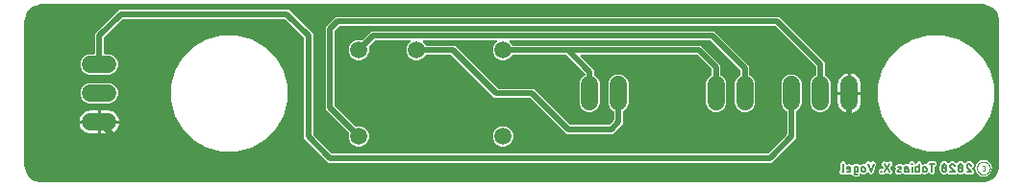
<source format=gbl>
G04 EAGLE Gerber RS-274X export*
G75*
%MOMM*%
%FSLAX34Y34*%
%LPD*%
%INBottom Copper*%
%IPPOS*%
%AMOC8*
5,1,8,0,0,1.08239X$1,22.5*%
G01*
%ADD10C,0.127000*%
%ADD11C,0.101600*%
%ADD12C,0.076200*%
%ADD13C,1.508000*%
%ADD14C,1.508000*%
%ADD15C,0.508000*%

G36*
X853458Y10164D02*
X853458Y10164D01*
X853490Y10162D01*
X855380Y10286D01*
X855403Y10292D01*
X855527Y10311D01*
X859178Y11289D01*
X859192Y11295D01*
X859207Y11297D01*
X859361Y11365D01*
X862634Y13255D01*
X862647Y13265D01*
X862661Y13271D01*
X862792Y13376D01*
X865464Y16048D01*
X865474Y16061D01*
X865486Y16071D01*
X865585Y16206D01*
X867475Y19479D01*
X867481Y19494D01*
X867490Y19506D01*
X867551Y19662D01*
X868529Y23313D01*
X868532Y23337D01*
X868554Y23460D01*
X868678Y25350D01*
X868676Y25369D01*
X868679Y25400D01*
X868679Y152400D01*
X868676Y152418D01*
X868678Y152450D01*
X868554Y154340D01*
X868548Y154363D01*
X868529Y154487D01*
X867551Y158138D01*
X867545Y158152D01*
X867543Y158167D01*
X867475Y158321D01*
X865585Y161594D01*
X865575Y161606D01*
X865569Y161621D01*
X865464Y161752D01*
X862792Y164424D01*
X862779Y164434D01*
X862769Y164446D01*
X862634Y164545D01*
X859361Y166435D01*
X859346Y166441D01*
X859334Y166450D01*
X859178Y166511D01*
X855527Y167489D01*
X855503Y167492D01*
X855380Y167514D01*
X853490Y167638D01*
X853471Y167636D01*
X853440Y167639D01*
X25400Y167639D01*
X25382Y167636D01*
X25350Y167638D01*
X23460Y167514D01*
X23437Y167508D01*
X23313Y167489D01*
X19662Y166511D01*
X19648Y166505D01*
X19633Y166503D01*
X19479Y166435D01*
X16206Y164545D01*
X16194Y164535D01*
X16179Y164529D01*
X16048Y164424D01*
X13376Y161752D01*
X13366Y161739D01*
X13354Y161729D01*
X13255Y161594D01*
X11365Y158321D01*
X11359Y158306D01*
X11350Y158294D01*
X11289Y158138D01*
X10311Y154487D01*
X10308Y154463D01*
X10286Y154340D01*
X10162Y152450D01*
X10164Y152431D01*
X10161Y152400D01*
X10161Y25400D01*
X10164Y25382D01*
X10162Y25350D01*
X10286Y23460D01*
X10292Y23437D01*
X10311Y23313D01*
X11289Y19662D01*
X11295Y19648D01*
X11297Y19633D01*
X11365Y19479D01*
X13255Y16206D01*
X13265Y16194D01*
X13271Y16179D01*
X13376Y16048D01*
X16048Y13376D01*
X16061Y13366D01*
X16071Y13354D01*
X16206Y13255D01*
X19479Y11365D01*
X19494Y11359D01*
X19506Y11350D01*
X19662Y11289D01*
X23313Y10311D01*
X23337Y10308D01*
X23460Y10286D01*
X25350Y10162D01*
X25369Y10164D01*
X25400Y10161D01*
X853440Y10161D01*
X853458Y10164D01*
G37*
%LPC*%
G36*
X487266Y53085D02*
X487266Y53085D01*
X455739Y84612D01*
X455665Y84665D01*
X455596Y84725D01*
X455566Y84737D01*
X455540Y84756D01*
X455453Y84783D01*
X455368Y84817D01*
X455327Y84821D01*
X455304Y84828D01*
X455272Y84827D01*
X455201Y84835D01*
X423766Y84835D01*
X385889Y122712D01*
X385815Y122765D01*
X385746Y122825D01*
X385716Y122837D01*
X385690Y122856D01*
X385603Y122883D01*
X385518Y122917D01*
X385477Y122921D01*
X385454Y122928D01*
X385422Y122927D01*
X385351Y122935D01*
X364237Y122935D01*
X364122Y122916D01*
X364006Y122899D01*
X364000Y122897D01*
X363994Y122896D01*
X363892Y122841D01*
X363786Y122788D01*
X363782Y122783D01*
X363776Y122780D01*
X363696Y122696D01*
X363614Y122612D01*
X363611Y122606D01*
X363607Y122602D01*
X363599Y122585D01*
X363533Y122465D01*
X363285Y121865D01*
X360735Y119315D01*
X357403Y117935D01*
X353797Y117935D01*
X350465Y119315D01*
X347915Y121865D01*
X346535Y125197D01*
X346535Y128803D01*
X347915Y132135D01*
X350116Y134336D01*
X350158Y134394D01*
X350207Y134446D01*
X350229Y134493D01*
X350260Y134535D01*
X350281Y134604D01*
X350311Y134669D01*
X350317Y134721D01*
X350332Y134771D01*
X350330Y134842D01*
X350338Y134913D01*
X350327Y134964D01*
X350326Y135016D01*
X350301Y135084D01*
X350286Y135154D01*
X350259Y135199D01*
X350241Y135247D01*
X350196Y135303D01*
X350160Y135365D01*
X350120Y135399D01*
X350088Y135439D01*
X350027Y135478D01*
X349973Y135525D01*
X349925Y135544D01*
X349881Y135572D01*
X349811Y135590D01*
X349745Y135617D01*
X349673Y135625D01*
X349642Y135633D01*
X349619Y135631D01*
X349578Y135635D01*
X319499Y135635D01*
X319409Y135621D01*
X319318Y135613D01*
X319288Y135601D01*
X319256Y135596D01*
X319176Y135553D01*
X319092Y135517D01*
X319060Y135491D01*
X319039Y135480D01*
X319017Y135457D01*
X318961Y135412D01*
X313781Y130233D01*
X313713Y130137D01*
X313643Y130044D01*
X313641Y130038D01*
X313638Y130033D01*
X313603Y129921D01*
X313567Y129810D01*
X313567Y129804D01*
X313565Y129798D01*
X313568Y129681D01*
X313569Y129656D01*
X313567Y129638D01*
X313569Y129627D01*
X313569Y129564D01*
X313572Y129557D01*
X313572Y129552D01*
X313578Y129535D01*
X313616Y129403D01*
X313865Y128803D01*
X313865Y125197D01*
X312485Y121865D01*
X309935Y119315D01*
X306603Y117935D01*
X302997Y117935D01*
X299665Y119315D01*
X297115Y121865D01*
X295735Y125197D01*
X295735Y128803D01*
X297115Y132135D01*
X299665Y134685D01*
X302997Y136065D01*
X306603Y136065D01*
X307203Y135816D01*
X307268Y135801D01*
X307307Y135785D01*
X307354Y135780D01*
X307430Y135761D01*
X307437Y135761D01*
X307443Y135760D01*
X307559Y135771D01*
X307676Y135780D01*
X307681Y135782D01*
X307688Y135783D01*
X307738Y135805D01*
X307746Y135807D01*
X307774Y135822D01*
X307795Y135831D01*
X307902Y135876D01*
X307908Y135881D01*
X307912Y135883D01*
X307926Y135896D01*
X307949Y135914D01*
X307963Y135922D01*
X307979Y135938D01*
X308033Y135981D01*
X313212Y141161D01*
X315816Y143765D01*
X617634Y143765D01*
X648590Y112809D01*
X648590Y105077D01*
X648609Y104962D01*
X648626Y104846D01*
X648628Y104840D01*
X648629Y104834D01*
X648684Y104732D01*
X648737Y104626D01*
X648742Y104622D01*
X648745Y104616D01*
X648829Y104536D01*
X648913Y104454D01*
X648919Y104451D01*
X648923Y104447D01*
X648940Y104439D01*
X649060Y104373D01*
X649660Y104125D01*
X652210Y101575D01*
X653590Y98243D01*
X653590Y79557D01*
X652210Y76225D01*
X649660Y73675D01*
X646328Y72295D01*
X642722Y72295D01*
X639390Y73675D01*
X636840Y76225D01*
X635460Y79557D01*
X635460Y98243D01*
X636840Y101575D01*
X639390Y104125D01*
X639990Y104373D01*
X640090Y104435D01*
X640190Y104495D01*
X640194Y104500D01*
X640199Y104503D01*
X640274Y104593D01*
X640350Y104682D01*
X640352Y104688D01*
X640356Y104692D01*
X640398Y104801D01*
X640442Y104910D01*
X640443Y104917D01*
X640444Y104922D01*
X640445Y104940D01*
X640460Y105077D01*
X640460Y109126D01*
X640457Y109145D01*
X640459Y109163D01*
X640444Y109231D01*
X640438Y109307D01*
X640426Y109337D01*
X640421Y109369D01*
X640410Y109388D01*
X640407Y109403D01*
X640374Y109458D01*
X640342Y109533D01*
X640316Y109565D01*
X640305Y109586D01*
X640287Y109603D01*
X640281Y109614D01*
X640270Y109623D01*
X640237Y109664D01*
X614489Y135412D01*
X614415Y135465D01*
X614346Y135525D01*
X614316Y135537D01*
X614290Y135556D01*
X614203Y135583D01*
X614118Y135617D01*
X614077Y135621D01*
X614054Y135628D01*
X614022Y135627D01*
X613951Y135635D01*
X437822Y135635D01*
X437751Y135624D01*
X437680Y135622D01*
X437631Y135604D01*
X437579Y135596D01*
X437516Y135562D01*
X437449Y135537D01*
X437408Y135505D01*
X437362Y135480D01*
X437313Y135428D01*
X437257Y135384D01*
X437228Y135340D01*
X437193Y135302D01*
X437162Y135237D01*
X437124Y135177D01*
X437111Y135126D01*
X437089Y135079D01*
X437081Y135008D01*
X437063Y134938D01*
X437068Y134886D01*
X437062Y134835D01*
X437077Y134764D01*
X437083Y134693D01*
X437103Y134645D01*
X437114Y134594D01*
X437151Y134533D01*
X437179Y134467D01*
X437224Y134411D01*
X437240Y134383D01*
X437258Y134368D01*
X437284Y134336D01*
X439485Y132135D01*
X439733Y131535D01*
X439795Y131435D01*
X439855Y131335D01*
X439860Y131331D01*
X439863Y131326D01*
X439953Y131251D01*
X440042Y131175D01*
X440048Y131173D01*
X440052Y131169D01*
X440161Y131127D01*
X440270Y131083D01*
X440277Y131082D01*
X440282Y131081D01*
X440300Y131080D01*
X440437Y131065D01*
X606204Y131065D01*
X623190Y114079D01*
X623190Y105077D01*
X623209Y104962D01*
X623226Y104846D01*
X623228Y104840D01*
X623229Y104834D01*
X623284Y104732D01*
X623337Y104626D01*
X623342Y104622D01*
X623345Y104616D01*
X623429Y104536D01*
X623513Y104454D01*
X623519Y104451D01*
X623523Y104447D01*
X623540Y104439D01*
X623660Y104373D01*
X624260Y104125D01*
X626810Y101575D01*
X628190Y98243D01*
X628190Y79557D01*
X626810Y76225D01*
X624260Y73675D01*
X620928Y72295D01*
X617322Y72295D01*
X613990Y73675D01*
X611440Y76225D01*
X610060Y79557D01*
X610060Y98243D01*
X611440Y101575D01*
X613990Y104125D01*
X614590Y104373D01*
X614690Y104435D01*
X614790Y104495D01*
X614794Y104500D01*
X614799Y104503D01*
X614874Y104593D01*
X614950Y104682D01*
X614952Y104688D01*
X614956Y104692D01*
X614998Y104801D01*
X615042Y104910D01*
X615043Y104917D01*
X615044Y104922D01*
X615045Y104940D01*
X615060Y105077D01*
X615060Y110396D01*
X615046Y110486D01*
X615038Y110577D01*
X615026Y110607D01*
X615021Y110639D01*
X614978Y110719D01*
X614942Y110803D01*
X614916Y110835D01*
X614905Y110856D01*
X614882Y110878D01*
X614837Y110934D01*
X603059Y122712D01*
X602985Y122765D01*
X602916Y122825D01*
X602886Y122837D01*
X602860Y122856D01*
X602773Y122883D01*
X602688Y122917D01*
X602647Y122921D01*
X602624Y122928D01*
X602592Y122927D01*
X602521Y122935D01*
X500601Y122935D01*
X500530Y122924D01*
X500458Y122922D01*
X500410Y122904D01*
X500358Y122896D01*
X500295Y122862D01*
X500227Y122837D01*
X500187Y122805D01*
X500141Y122780D01*
X500091Y122728D01*
X500035Y122684D01*
X500007Y122640D01*
X499971Y122602D01*
X499941Y122537D01*
X499902Y122477D01*
X499890Y122426D01*
X499868Y122379D01*
X499860Y122308D01*
X499842Y122238D01*
X499846Y122186D01*
X499841Y122135D01*
X499856Y122064D01*
X499862Y121993D01*
X499882Y121945D01*
X499893Y121894D01*
X499930Y121833D01*
X499958Y121767D01*
X500003Y121711D01*
X500019Y121683D01*
X500037Y121668D01*
X500063Y121636D01*
X512065Y109634D01*
X512065Y105077D01*
X512084Y104962D01*
X512101Y104846D01*
X512103Y104840D01*
X512104Y104834D01*
X512159Y104732D01*
X512212Y104626D01*
X512217Y104622D01*
X512220Y104616D01*
X512304Y104536D01*
X512388Y104454D01*
X512394Y104451D01*
X512398Y104447D01*
X512415Y104439D01*
X512535Y104373D01*
X513135Y104125D01*
X515685Y101575D01*
X517065Y98243D01*
X517065Y79557D01*
X515685Y76225D01*
X513135Y73675D01*
X509803Y72295D01*
X506197Y72295D01*
X502865Y73675D01*
X500315Y76225D01*
X498935Y79557D01*
X498935Y98243D01*
X500315Y101575D01*
X502865Y104125D01*
X503465Y104373D01*
X503565Y104435D01*
X503665Y104495D01*
X503669Y104500D01*
X503674Y104503D01*
X503749Y104593D01*
X503825Y104682D01*
X503827Y104688D01*
X503831Y104692D01*
X503873Y104801D01*
X503917Y104910D01*
X503918Y104917D01*
X503919Y104922D01*
X503920Y104940D01*
X503935Y105077D01*
X503935Y105951D01*
X503921Y106041D01*
X503913Y106132D01*
X503901Y106162D01*
X503896Y106194D01*
X503853Y106274D01*
X503817Y106358D01*
X503791Y106390D01*
X503780Y106411D01*
X503757Y106433D01*
X503712Y106489D01*
X487489Y122712D01*
X487415Y122765D01*
X487346Y122825D01*
X487316Y122837D01*
X487290Y122856D01*
X487203Y122883D01*
X487118Y122917D01*
X487077Y122921D01*
X487054Y122928D01*
X487022Y122927D01*
X486951Y122935D01*
X440437Y122935D01*
X440322Y122916D01*
X440206Y122899D01*
X440200Y122897D01*
X440194Y122896D01*
X440092Y122841D01*
X439986Y122788D01*
X439982Y122783D01*
X439976Y122780D01*
X439896Y122696D01*
X439814Y122612D01*
X439811Y122606D01*
X439807Y122602D01*
X439799Y122585D01*
X439733Y122465D01*
X439485Y121865D01*
X436935Y119315D01*
X433603Y117935D01*
X429997Y117935D01*
X426665Y119315D01*
X424115Y121865D01*
X422735Y125197D01*
X422735Y128803D01*
X424115Y132135D01*
X426316Y134336D01*
X426358Y134394D01*
X426407Y134446D01*
X426429Y134493D01*
X426460Y134535D01*
X426481Y134604D01*
X426511Y134669D01*
X426517Y134721D01*
X426532Y134771D01*
X426530Y134842D01*
X426538Y134913D01*
X426527Y134964D01*
X426526Y135016D01*
X426501Y135084D01*
X426486Y135154D01*
X426459Y135199D01*
X426441Y135247D01*
X426396Y135303D01*
X426360Y135365D01*
X426320Y135399D01*
X426288Y135439D01*
X426227Y135478D01*
X426173Y135525D01*
X426125Y135544D01*
X426081Y135572D01*
X426011Y135590D01*
X425945Y135617D01*
X425873Y135625D01*
X425842Y135633D01*
X425819Y135631D01*
X425778Y135635D01*
X361622Y135635D01*
X361551Y135624D01*
X361480Y135622D01*
X361431Y135604D01*
X361379Y135596D01*
X361316Y135562D01*
X361249Y135537D01*
X361208Y135505D01*
X361162Y135480D01*
X361113Y135428D01*
X361057Y135384D01*
X361028Y135340D01*
X360993Y135302D01*
X360962Y135237D01*
X360924Y135177D01*
X360911Y135126D01*
X360889Y135079D01*
X360881Y135008D01*
X360863Y134938D01*
X360868Y134886D01*
X360862Y134835D01*
X360877Y134764D01*
X360883Y134693D01*
X360903Y134645D01*
X360914Y134594D01*
X360951Y134533D01*
X360979Y134467D01*
X361024Y134411D01*
X361040Y134383D01*
X361058Y134368D01*
X361084Y134336D01*
X363285Y132135D01*
X363533Y131535D01*
X363595Y131435D01*
X363655Y131335D01*
X363660Y131331D01*
X363663Y131326D01*
X363753Y131251D01*
X363842Y131175D01*
X363848Y131173D01*
X363852Y131169D01*
X363961Y131127D01*
X364070Y131083D01*
X364077Y131082D01*
X364082Y131081D01*
X364100Y131080D01*
X364237Y131065D01*
X389034Y131065D01*
X426911Y93188D01*
X426985Y93135D01*
X427054Y93075D01*
X427084Y93063D01*
X427110Y93044D01*
X427197Y93017D01*
X427282Y92983D01*
X427323Y92979D01*
X427346Y92972D01*
X427378Y92973D01*
X427449Y92965D01*
X458884Y92965D01*
X490411Y61438D01*
X490485Y61385D01*
X490554Y61325D01*
X490584Y61313D01*
X490610Y61294D01*
X490697Y61267D01*
X490782Y61233D01*
X490823Y61229D01*
X490846Y61222D01*
X490878Y61223D01*
X490949Y61215D01*
X525051Y61215D01*
X525141Y61229D01*
X525232Y61237D01*
X525262Y61249D01*
X525294Y61254D01*
X525374Y61297D01*
X525458Y61333D01*
X525490Y61359D01*
X525511Y61370D01*
X525533Y61393D01*
X525589Y61438D01*
X529112Y64961D01*
X529165Y65035D01*
X529225Y65104D01*
X529237Y65134D01*
X529256Y65160D01*
X529283Y65247D01*
X529317Y65332D01*
X529321Y65373D01*
X529328Y65396D01*
X529327Y65428D01*
X529335Y65499D01*
X529335Y72723D01*
X529316Y72838D01*
X529299Y72954D01*
X529297Y72960D01*
X529296Y72966D01*
X529241Y73068D01*
X529188Y73174D01*
X529183Y73178D01*
X529180Y73184D01*
X529096Y73264D01*
X529012Y73346D01*
X529006Y73349D01*
X529002Y73353D01*
X528985Y73361D01*
X528865Y73427D01*
X528265Y73675D01*
X525715Y76225D01*
X524335Y79557D01*
X524335Y98243D01*
X525715Y101575D01*
X528265Y104125D01*
X531597Y105505D01*
X535203Y105505D01*
X538535Y104125D01*
X541085Y101575D01*
X542465Y98243D01*
X542465Y79557D01*
X541085Y76225D01*
X538535Y73675D01*
X537935Y73427D01*
X537835Y73365D01*
X537735Y73305D01*
X537731Y73300D01*
X537726Y73297D01*
X537651Y73207D01*
X537575Y73118D01*
X537573Y73112D01*
X537569Y73108D01*
X537527Y72999D01*
X537483Y72890D01*
X537482Y72883D01*
X537481Y72878D01*
X537480Y72860D01*
X537465Y72723D01*
X537465Y61816D01*
X528734Y53085D01*
X487266Y53085D01*
G37*
%LPD*%
%LPC*%
G36*
X183779Y37845D02*
X183779Y37845D01*
X170794Y41325D01*
X159152Y48046D01*
X149646Y57552D01*
X142925Y69194D01*
X139445Y82179D01*
X139445Y95621D01*
X142925Y108606D01*
X149646Y120248D01*
X159152Y129754D01*
X170794Y136475D01*
X183779Y139955D01*
X197221Y139955D01*
X210206Y136475D01*
X221848Y129754D01*
X231354Y120248D01*
X238075Y108606D01*
X241555Y95621D01*
X241555Y82179D01*
X238075Y69194D01*
X231354Y57552D01*
X221848Y48046D01*
X210206Y41325D01*
X197221Y37845D01*
X183779Y37845D01*
G37*
%LPD*%
%LPC*%
G36*
X806079Y37845D02*
X806079Y37845D01*
X793094Y41325D01*
X781452Y48046D01*
X771946Y57552D01*
X765225Y69194D01*
X761745Y82179D01*
X761745Y95621D01*
X765225Y108606D01*
X771946Y120248D01*
X781452Y129754D01*
X793094Y136475D01*
X806079Y139955D01*
X819521Y139955D01*
X832506Y136475D01*
X844148Y129754D01*
X853654Y120248D01*
X860375Y108606D01*
X863855Y95621D01*
X863855Y82179D01*
X860375Y69194D01*
X853654Y57552D01*
X844148Y48046D01*
X832506Y41325D01*
X819521Y37845D01*
X806079Y37845D01*
G37*
%LPD*%
%LPC*%
G36*
X277716Y27685D02*
X277716Y27685D01*
X256285Y49116D01*
X256285Y137701D01*
X256271Y137791D01*
X256263Y137882D01*
X256251Y137912D01*
X256246Y137944D01*
X256203Y138024D01*
X256167Y138108D01*
X256141Y138140D01*
X256130Y138161D01*
X256107Y138183D01*
X256062Y138239D01*
X239839Y154462D01*
X239765Y154515D01*
X239696Y154575D01*
X239666Y154587D01*
X239640Y154606D01*
X239553Y154633D01*
X239468Y154667D01*
X239427Y154671D01*
X239404Y154678D01*
X239372Y154677D01*
X239301Y154685D01*
X97249Y154685D01*
X97159Y154671D01*
X97068Y154663D01*
X97038Y154651D01*
X97006Y154646D01*
X96926Y154603D01*
X96842Y154567D01*
X96810Y154541D01*
X96789Y154530D01*
X96767Y154507D01*
X96711Y154462D01*
X80488Y138239D01*
X80435Y138165D01*
X80375Y138096D01*
X80363Y138066D01*
X80344Y138040D01*
X80317Y137953D01*
X80283Y137868D01*
X80279Y137827D01*
X80272Y137804D01*
X80273Y137772D01*
X80265Y137701D01*
X80265Y124126D01*
X80268Y124106D01*
X80266Y124087D01*
X80288Y123985D01*
X80304Y123883D01*
X80314Y123866D01*
X80318Y123846D01*
X80371Y123757D01*
X80420Y123666D01*
X80434Y123652D01*
X80444Y123635D01*
X80523Y123568D01*
X80598Y123496D01*
X80616Y123488D01*
X80631Y123475D01*
X80727Y123436D01*
X80821Y123393D01*
X80841Y123391D01*
X80859Y123383D01*
X81026Y123365D01*
X85543Y123365D01*
X88875Y121985D01*
X91425Y119435D01*
X92805Y116103D01*
X92805Y112497D01*
X91425Y109165D01*
X88875Y106615D01*
X85543Y105235D01*
X66857Y105235D01*
X63525Y106615D01*
X60975Y109165D01*
X59595Y112497D01*
X59595Y116103D01*
X60975Y119435D01*
X63525Y121985D01*
X66857Y123365D01*
X71374Y123365D01*
X71394Y123368D01*
X71413Y123366D01*
X71515Y123388D01*
X71617Y123404D01*
X71634Y123414D01*
X71654Y123418D01*
X71743Y123471D01*
X71834Y123520D01*
X71848Y123534D01*
X71865Y123544D01*
X71932Y123623D01*
X72004Y123698D01*
X72012Y123716D01*
X72025Y123731D01*
X72064Y123827D01*
X72107Y123921D01*
X72109Y123941D01*
X72117Y123959D01*
X72135Y124126D01*
X72135Y141384D01*
X93566Y162815D01*
X242984Y162815D01*
X264415Y141384D01*
X264415Y52799D01*
X264429Y52709D01*
X264437Y52618D01*
X264449Y52588D01*
X264454Y52556D01*
X264475Y52518D01*
X264476Y52511D01*
X264496Y52479D01*
X264497Y52476D01*
X264533Y52392D01*
X264559Y52360D01*
X264570Y52339D01*
X264592Y52318D01*
X264602Y52300D01*
X264615Y52289D01*
X264638Y52261D01*
X280861Y36038D01*
X280935Y35985D01*
X281004Y35925D01*
X281034Y35913D01*
X281060Y35894D01*
X281147Y35867D01*
X281232Y35833D01*
X281273Y35829D01*
X281296Y35822D01*
X281328Y35823D01*
X281399Y35815D01*
X664751Y35815D01*
X664841Y35829D01*
X664932Y35837D01*
X664962Y35849D01*
X664994Y35854D01*
X665074Y35897D01*
X665158Y35933D01*
X665190Y35959D01*
X665211Y35970D01*
X665233Y35993D01*
X665289Y36038D01*
X681512Y52261D01*
X681555Y52321D01*
X681595Y52363D01*
X681602Y52378D01*
X681625Y52404D01*
X681637Y52434D01*
X681656Y52460D01*
X681683Y52547D01*
X681693Y52572D01*
X681699Y52586D01*
X681699Y52589D01*
X681717Y52632D01*
X681721Y52673D01*
X681728Y52696D01*
X681727Y52728D01*
X681735Y52799D01*
X681735Y72723D01*
X681716Y72838D01*
X681699Y72954D01*
X681697Y72960D01*
X681696Y72966D01*
X681641Y73068D01*
X681588Y73174D01*
X681583Y73178D01*
X681580Y73184D01*
X681496Y73264D01*
X681412Y73346D01*
X681406Y73349D01*
X681402Y73353D01*
X681385Y73361D01*
X681265Y73427D01*
X680665Y73675D01*
X678115Y76225D01*
X676735Y79557D01*
X676735Y98243D01*
X678115Y101575D01*
X680665Y104125D01*
X683997Y105505D01*
X687603Y105505D01*
X690935Y104125D01*
X693485Y101575D01*
X694865Y98243D01*
X694865Y79557D01*
X693485Y76225D01*
X690935Y73675D01*
X690335Y73427D01*
X690235Y73365D01*
X690135Y73305D01*
X690131Y73300D01*
X690126Y73297D01*
X690051Y73207D01*
X689975Y73118D01*
X689973Y73112D01*
X689969Y73108D01*
X689927Y72999D01*
X689883Y72890D01*
X689882Y72883D01*
X689881Y72878D01*
X689880Y72860D01*
X689865Y72723D01*
X689865Y49116D01*
X668434Y27685D01*
X277716Y27685D01*
G37*
%LPD*%
%LPC*%
G36*
X302997Y41735D02*
X302997Y41735D01*
X299665Y43115D01*
X297115Y45665D01*
X295735Y48997D01*
X295735Y52603D01*
X295984Y53203D01*
X296011Y53317D01*
X296039Y53430D01*
X296039Y53437D01*
X296040Y53443D01*
X296029Y53559D01*
X296020Y53676D01*
X296018Y53681D01*
X296017Y53688D01*
X295969Y53795D01*
X295924Y53902D01*
X295919Y53908D01*
X295917Y53912D01*
X295904Y53926D01*
X295819Y54033D01*
X275335Y74516D01*
X275335Y147734D01*
X284066Y156465D01*
X674784Y156465D01*
X715265Y115984D01*
X715265Y105077D01*
X715284Y104962D01*
X715301Y104846D01*
X715303Y104840D01*
X715304Y104834D01*
X715359Y104732D01*
X715412Y104626D01*
X715417Y104622D01*
X715420Y104616D01*
X715504Y104536D01*
X715588Y104454D01*
X715594Y104451D01*
X715598Y104447D01*
X715615Y104439D01*
X715735Y104373D01*
X716335Y104125D01*
X718885Y101575D01*
X720265Y98243D01*
X720265Y79557D01*
X718885Y76225D01*
X716335Y73675D01*
X713003Y72295D01*
X709397Y72295D01*
X706065Y73675D01*
X703515Y76225D01*
X702135Y79557D01*
X702135Y98243D01*
X703515Y101575D01*
X706065Y104125D01*
X706665Y104373D01*
X706765Y104435D01*
X706865Y104495D01*
X706869Y104500D01*
X706874Y104503D01*
X706949Y104593D01*
X707025Y104682D01*
X707027Y104688D01*
X707031Y104692D01*
X707073Y104801D01*
X707117Y104910D01*
X707118Y104917D01*
X707119Y104922D01*
X707120Y104940D01*
X707135Y105077D01*
X707135Y112301D01*
X707121Y112391D01*
X707113Y112482D01*
X707101Y112512D01*
X707096Y112544D01*
X707053Y112624D01*
X707017Y112708D01*
X706991Y112740D01*
X706980Y112761D01*
X706957Y112783D01*
X706912Y112839D01*
X671639Y148112D01*
X671565Y148165D01*
X671496Y148225D01*
X671466Y148237D01*
X671440Y148256D01*
X671353Y148283D01*
X671268Y148317D01*
X671227Y148321D01*
X671204Y148328D01*
X671172Y148327D01*
X671101Y148335D01*
X287749Y148335D01*
X287659Y148321D01*
X287568Y148313D01*
X287538Y148301D01*
X287506Y148296D01*
X287426Y148253D01*
X287342Y148217D01*
X287310Y148191D01*
X287289Y148180D01*
X287267Y148157D01*
X287211Y148112D01*
X283688Y144589D01*
X283635Y144515D01*
X283575Y144446D01*
X283563Y144416D01*
X283544Y144390D01*
X283517Y144303D01*
X283483Y144218D01*
X283479Y144177D01*
X283472Y144154D01*
X283473Y144122D01*
X283465Y144051D01*
X283465Y78199D01*
X283479Y78109D01*
X283487Y78018D01*
X283499Y77988D01*
X283504Y77956D01*
X283547Y77876D01*
X283583Y77792D01*
X283609Y77760D01*
X283620Y77739D01*
X283643Y77717D01*
X283688Y77661D01*
X301567Y59781D01*
X301662Y59713D01*
X301756Y59643D01*
X301762Y59641D01*
X301767Y59638D01*
X301878Y59603D01*
X301990Y59567D01*
X301996Y59567D01*
X302002Y59565D01*
X302119Y59568D01*
X302236Y59569D01*
X302243Y59572D01*
X302248Y59572D01*
X302265Y59578D01*
X302397Y59616D01*
X302997Y59865D01*
X306603Y59865D01*
X309935Y58485D01*
X312485Y55935D01*
X313865Y52603D01*
X313865Y48997D01*
X312485Y45665D01*
X309935Y43115D01*
X306603Y41735D01*
X302997Y41735D01*
G37*
%LPD*%
%LPC*%
G36*
X66857Y79835D02*
X66857Y79835D01*
X63525Y81215D01*
X60975Y83765D01*
X59595Y87097D01*
X59595Y90703D01*
X60975Y94035D01*
X63525Y96585D01*
X66857Y97965D01*
X85543Y97965D01*
X88875Y96585D01*
X91425Y94035D01*
X92805Y90703D01*
X92805Y87097D01*
X91425Y83765D01*
X88875Y81215D01*
X85543Y79835D01*
X66857Y79835D01*
G37*
%LPD*%
%LPC*%
G36*
X800719Y18075D02*
X800719Y18075D01*
X800656Y18162D01*
X800600Y18218D01*
X800550Y18280D01*
X800513Y18304D01*
X800482Y18335D01*
X800410Y18370D01*
X800343Y18413D01*
X800300Y18423D01*
X800261Y18443D01*
X800182Y18453D01*
X800105Y18473D01*
X800061Y18469D01*
X800017Y18475D01*
X799939Y18460D01*
X799859Y18454D01*
X799819Y18436D01*
X799775Y18428D01*
X799706Y18388D01*
X799633Y18357D01*
X799587Y18321D01*
X799562Y18306D01*
X799543Y18285D01*
X799502Y18253D01*
X798775Y17525D01*
X795067Y17525D01*
X794981Y17589D01*
X794064Y18118D01*
X794023Y18133D01*
X793986Y18157D01*
X793909Y18177D01*
X793834Y18205D01*
X793790Y18206D01*
X793748Y18217D01*
X793668Y18211D01*
X793588Y18214D01*
X793546Y18201D01*
X793503Y18198D01*
X793429Y18167D01*
X793352Y18144D01*
X793317Y18119D01*
X793276Y18102D01*
X793162Y18010D01*
X793151Y18003D01*
X793149Y18000D01*
X793145Y17997D01*
X792674Y17525D01*
X790884Y17525D01*
X790352Y18057D01*
X790285Y18106D01*
X790222Y18162D01*
X790185Y18178D01*
X790153Y18201D01*
X790073Y18226D01*
X789996Y18258D01*
X789956Y18262D01*
X789918Y18273D01*
X789834Y18271D01*
X789751Y18278D01*
X789712Y18268D01*
X789672Y18267D01*
X789593Y18238D01*
X789512Y18218D01*
X789467Y18192D01*
X789441Y18183D01*
X789417Y18164D01*
X789367Y18135D01*
X788527Y17525D01*
X784783Y17525D01*
X784231Y18078D01*
X784150Y18135D01*
X784074Y18198D01*
X784051Y18207D01*
X784031Y18221D01*
X783937Y18250D01*
X783844Y18286D01*
X783819Y18287D01*
X783796Y18294D01*
X783697Y18291D01*
X783598Y18295D01*
X783568Y18288D01*
X783550Y18287D01*
X783519Y18276D01*
X783435Y18256D01*
X782818Y18034D01*
X781462Y17546D01*
X781232Y17543D01*
X780051Y17526D01*
X780022Y17526D01*
X778884Y17509D01*
X777114Y18940D01*
X776667Y21171D01*
X777362Y22454D01*
X777369Y22472D01*
X777379Y22488D01*
X777409Y22588D01*
X777443Y22687D01*
X777443Y22706D01*
X777448Y22724D01*
X777444Y22828D01*
X777445Y22933D01*
X777439Y22951D01*
X777439Y22970D01*
X777387Y23130D01*
X777083Y23805D01*
X777717Y25478D01*
X778533Y25845D01*
X779759Y26397D01*
X779893Y26399D01*
X781050Y26416D01*
X781051Y26416D01*
X781103Y26417D01*
X781103Y26416D01*
X782241Y26433D01*
X783386Y25508D01*
X783389Y25506D01*
X783391Y25503D01*
X783494Y25446D01*
X783600Y25386D01*
X783603Y25385D01*
X783606Y25384D01*
X783722Y25362D01*
X783841Y25339D01*
X783845Y25339D01*
X783848Y25339D01*
X783967Y25356D01*
X784085Y25371D01*
X784088Y25373D01*
X784091Y25373D01*
X784245Y25441D01*
X785826Y26353D01*
X785838Y26363D01*
X785853Y26370D01*
X785912Y26417D01*
X788668Y26417D01*
X788687Y26420D01*
X788707Y26418D01*
X788808Y26440D01*
X788910Y26456D01*
X788928Y26466D01*
X788947Y26470D01*
X789036Y26523D01*
X789128Y26572D01*
X789141Y26586D01*
X789159Y26596D01*
X789226Y26675D01*
X789297Y26750D01*
X789305Y26768D01*
X789318Y26783D01*
X789357Y26879D01*
X789401Y26973D01*
X789403Y26993D01*
X789410Y27011D01*
X789429Y27178D01*
X789429Y27438D01*
X790694Y28703D01*
X792864Y28703D01*
X794129Y27438D01*
X794129Y27178D01*
X794133Y27158D01*
X794130Y27139D01*
X794152Y27037D01*
X794169Y26935D01*
X794178Y26918D01*
X794183Y26898D01*
X794236Y26809D01*
X794284Y26718D01*
X794299Y26704D01*
X794309Y26687D01*
X794388Y26620D01*
X794463Y26548D01*
X794481Y26540D01*
X794496Y26527D01*
X794592Y26488D01*
X794686Y26445D01*
X794705Y26443D01*
X794724Y26435D01*
X794891Y26417D01*
X794959Y26417D01*
X794979Y26420D01*
X794999Y26418D01*
X795100Y26440D01*
X795202Y26456D01*
X795220Y26466D01*
X795239Y26470D01*
X795328Y26523D01*
X795420Y26572D01*
X795433Y26586D01*
X795450Y26596D01*
X795518Y26675D01*
X795589Y26750D01*
X795597Y26768D01*
X795610Y26783D01*
X795649Y26879D01*
X795693Y26973D01*
X795695Y26993D01*
X795702Y27011D01*
X795721Y27178D01*
X795721Y27438D01*
X796986Y28703D01*
X798775Y28703D01*
X800040Y27438D01*
X800040Y26694D01*
X800043Y26678D01*
X800041Y26662D01*
X800063Y26557D01*
X800080Y26451D01*
X800087Y26437D01*
X800091Y26421D01*
X800145Y26328D01*
X800195Y26234D01*
X800206Y26223D01*
X800215Y26209D01*
X800296Y26138D01*
X800373Y26064D01*
X800388Y26058D01*
X800400Y26047D01*
X800499Y26006D01*
X800596Y25961D01*
X800612Y25959D01*
X800627Y25953D01*
X800734Y25945D01*
X800841Y25934D01*
X800856Y25937D01*
X800872Y25936D01*
X801037Y25970D01*
X802996Y26606D01*
X804274Y26191D01*
X804290Y26188D01*
X804305Y26182D01*
X804411Y26170D01*
X804517Y26154D01*
X804533Y26156D01*
X804549Y26155D01*
X804654Y26177D01*
X804760Y26196D01*
X804774Y26204D01*
X804789Y26207D01*
X804881Y26262D01*
X804976Y26313D01*
X804987Y26325D01*
X805000Y26333D01*
X805070Y26414D01*
X805143Y26493D01*
X805150Y26508D01*
X805160Y26520D01*
X805200Y26620D01*
X805245Y26717D01*
X805246Y26733D01*
X805252Y26748D01*
X805271Y26915D01*
X805271Y27438D01*
X806536Y28703D01*
X812135Y28703D01*
X813400Y27438D01*
X813400Y25648D01*
X812111Y24359D01*
X812014Y24344D01*
X811996Y24334D01*
X811977Y24330D01*
X811888Y24277D01*
X811796Y24228D01*
X811783Y24214D01*
X811766Y24204D01*
X811698Y24125D01*
X811627Y24050D01*
X811619Y24032D01*
X811606Y24017D01*
X811567Y23921D01*
X811523Y23827D01*
X811521Y23807D01*
X811514Y23789D01*
X811495Y23622D01*
X811495Y18790D01*
X810230Y17525D01*
X808441Y17525D01*
X807004Y18962D01*
X806940Y19008D01*
X806881Y19062D01*
X806841Y19080D01*
X806805Y19105D01*
X806729Y19129D01*
X806656Y19161D01*
X806612Y19165D01*
X806570Y19178D01*
X806490Y19176D01*
X806411Y19183D01*
X806368Y19172D01*
X806324Y19171D01*
X806249Y19144D01*
X806172Y19125D01*
X806134Y19102D01*
X806093Y19087D01*
X806031Y19037D01*
X805963Y18995D01*
X805924Y18952D01*
X805901Y18933D01*
X805886Y18910D01*
X805850Y18871D01*
X805272Y18075D01*
X802996Y17336D01*
X800719Y18075D01*
G37*
%LPD*%
%LPC*%
G36*
X843858Y17523D02*
X843858Y17523D01*
X843836Y17521D01*
X843797Y17525D01*
X839210Y17525D01*
X838262Y18474D01*
X838196Y18521D01*
X838137Y18575D01*
X838097Y18592D01*
X838062Y18618D01*
X837985Y18641D01*
X837911Y18674D01*
X837868Y18677D01*
X837827Y18690D01*
X837746Y18688D01*
X837666Y18695D01*
X837624Y18685D01*
X837581Y18684D01*
X837505Y18656D01*
X837427Y18637D01*
X837377Y18609D01*
X837350Y18599D01*
X837328Y18582D01*
X837281Y18555D01*
X835839Y17525D01*
X833551Y17525D01*
X832147Y18528D01*
X832102Y18550D01*
X832063Y18580D01*
X831993Y18604D01*
X831927Y18637D01*
X831877Y18643D01*
X831830Y18659D01*
X831756Y18660D01*
X831683Y18669D01*
X831634Y18660D01*
X831584Y18660D01*
X831514Y18637D01*
X831441Y18623D01*
X831398Y18598D01*
X831351Y18582D01*
X831249Y18514D01*
X831227Y18501D01*
X831222Y18495D01*
X831212Y18489D01*
X830774Y18116D01*
X830759Y18099D01*
X830728Y18074D01*
X830144Y17490D01*
X830116Y17486D01*
X830062Y17457D01*
X830057Y17456D01*
X829228Y17523D01*
X829206Y17521D01*
X829167Y17525D01*
X824580Y17525D01*
X823631Y18474D01*
X823566Y18521D01*
X823506Y18575D01*
X823467Y18592D01*
X823431Y18618D01*
X823355Y18641D01*
X823281Y18674D01*
X823238Y18677D01*
X823196Y18690D01*
X823116Y18688D01*
X823036Y18695D01*
X822994Y18685D01*
X822950Y18684D01*
X822875Y18656D01*
X822797Y18637D01*
X822747Y18609D01*
X822719Y18599D01*
X822697Y18582D01*
X822650Y18555D01*
X821208Y17525D01*
X818921Y17525D01*
X817059Y18855D01*
X816746Y19767D01*
X816732Y19794D01*
X816711Y19853D01*
X816000Y21311D01*
X816000Y24917D01*
X816403Y25745D01*
X816417Y25789D01*
X816439Y25831D01*
X816468Y25961D01*
X816474Y25980D01*
X816474Y25986D01*
X816476Y25994D01*
X816493Y26147D01*
X816521Y26169D01*
X816526Y26175D01*
X816533Y26179D01*
X816607Y26265D01*
X816685Y26352D01*
X816689Y26359D01*
X816694Y26365D01*
X816765Y26517D01*
X817059Y27373D01*
X818921Y28703D01*
X821208Y28703D01*
X823177Y27297D01*
X823228Y27272D01*
X823273Y27238D01*
X823337Y27218D01*
X823397Y27188D01*
X823454Y27180D01*
X823508Y27163D01*
X823575Y27164D01*
X823641Y27155D01*
X823697Y27166D01*
X823754Y27167D01*
X823817Y27189D01*
X823883Y27202D01*
X823932Y27230D01*
X823985Y27249D01*
X824038Y27290D01*
X824097Y27323D01*
X824134Y27365D01*
X824179Y27400D01*
X824240Y27483D01*
X824261Y27506D01*
X824266Y27519D01*
X824278Y27536D01*
X824353Y27665D01*
X826151Y28703D01*
X828608Y28703D01*
X830613Y27244D01*
X830632Y27235D01*
X830648Y27221D01*
X830741Y27180D01*
X830833Y27133D01*
X830854Y27130D01*
X830873Y27122D01*
X830975Y27113D01*
X831077Y27099D01*
X831097Y27102D01*
X831118Y27101D01*
X831218Y27125D01*
X831318Y27143D01*
X831337Y27153D01*
X831357Y27158D01*
X831504Y27240D01*
X833551Y28703D01*
X835839Y28703D01*
X837807Y27297D01*
X837858Y27272D01*
X837904Y27238D01*
X837968Y27218D01*
X838028Y27188D01*
X838084Y27180D01*
X838138Y27163D01*
X838205Y27164D01*
X838272Y27155D01*
X838327Y27166D01*
X838384Y27167D01*
X838447Y27189D01*
X838513Y27202D01*
X838562Y27230D01*
X838616Y27249D01*
X838669Y27290D01*
X838727Y27323D01*
X838765Y27365D01*
X838809Y27400D01*
X838871Y27483D01*
X838891Y27506D01*
X838896Y27519D01*
X838909Y27536D01*
X838983Y27665D01*
X840781Y28703D01*
X843238Y28703D01*
X845533Y27034D01*
X845970Y25684D01*
X846254Y24807D01*
X846252Y24806D01*
X846204Y24733D01*
X846183Y24708D01*
X846173Y24686D01*
X846160Y24666D01*
X845431Y23240D01*
X845178Y23158D01*
X845137Y23137D01*
X845094Y23125D01*
X845029Y23081D01*
X844959Y23045D01*
X844927Y23013D01*
X844890Y22987D01*
X844842Y22925D01*
X844788Y22869D01*
X844768Y22828D01*
X844741Y22792D01*
X844715Y22718D01*
X844682Y22647D01*
X844676Y22602D01*
X844661Y22559D01*
X844661Y22480D01*
X844652Y22403D01*
X844661Y22358D01*
X844661Y22313D01*
X844685Y22239D01*
X844701Y22162D01*
X844724Y22123D01*
X844738Y22080D01*
X844816Y21964D01*
X844825Y21949D01*
X844828Y21946D01*
X844832Y21941D01*
X845484Y21174D01*
X845501Y21159D01*
X845526Y21129D01*
X846110Y20545D01*
X846114Y20516D01*
X846143Y20462D01*
X846144Y20458D01*
X846077Y19628D01*
X846079Y19606D01*
X846075Y19567D01*
X846075Y18741D01*
X846058Y18717D01*
X846040Y18659D01*
X846038Y18655D01*
X845404Y18116D01*
X845389Y18099D01*
X845359Y18074D01*
X844775Y17490D01*
X844746Y17486D01*
X844692Y17457D01*
X844688Y17456D01*
X843858Y17523D01*
G37*
%LPD*%
%LPC*%
G36*
X741290Y15239D02*
X741290Y15239D01*
X741204Y15303D01*
X739780Y16124D01*
X738959Y17547D01*
X738949Y17560D01*
X738943Y17574D01*
X738838Y17705D01*
X738768Y17775D01*
X738732Y17801D01*
X738702Y17833D01*
X738633Y17872D01*
X738568Y17919D01*
X738526Y17932D01*
X738488Y17953D01*
X738409Y17968D01*
X738333Y17991D01*
X738289Y17990D01*
X738246Y17998D01*
X738167Y17987D01*
X738087Y17985D01*
X738046Y17970D01*
X738002Y17964D01*
X737869Y17905D01*
X737856Y17901D01*
X737853Y17898D01*
X737849Y17896D01*
X737315Y17589D01*
X737303Y17578D01*
X737289Y17572D01*
X737230Y17525D01*
X733521Y17525D01*
X732953Y18093D01*
X732918Y18119D01*
X732888Y18151D01*
X732818Y18190D01*
X732753Y18237D01*
X732712Y18250D01*
X732673Y18271D01*
X732595Y18286D01*
X732518Y18309D01*
X732475Y18308D01*
X732431Y18316D01*
X732352Y18305D01*
X732273Y18303D01*
X732231Y18288D01*
X732188Y18282D01*
X732055Y18223D01*
X732042Y18218D01*
X732039Y18216D01*
X732034Y18214D01*
X730841Y17525D01*
X729061Y17525D01*
X727796Y18790D01*
X727796Y20580D01*
X728716Y21500D01*
X728769Y21574D01*
X728829Y21643D01*
X728841Y21673D01*
X728860Y21699D01*
X728887Y21786D01*
X728921Y21871D01*
X728925Y21912D01*
X728932Y21934D01*
X728931Y21967D01*
X728939Y22038D01*
X728939Y27438D01*
X730204Y28703D01*
X731994Y28703D01*
X733259Y27438D01*
X733259Y26783D01*
X733261Y26767D01*
X733259Y26751D01*
X733281Y26646D01*
X733298Y26540D01*
X733306Y26526D01*
X733309Y26510D01*
X733363Y26417D01*
X733413Y26323D01*
X733425Y26312D01*
X733433Y26298D01*
X733514Y26227D01*
X733592Y26153D01*
X733606Y26147D01*
X733618Y26136D01*
X733718Y26095D01*
X733815Y26050D01*
X733831Y26048D01*
X733846Y26042D01*
X733953Y26034D01*
X734059Y26023D01*
X734075Y26026D01*
X734091Y26025D01*
X734255Y26059D01*
X735940Y26606D01*
X738217Y25867D01*
X738279Y25780D01*
X738336Y25724D01*
X738385Y25662D01*
X738423Y25638D01*
X738454Y25607D01*
X738526Y25572D01*
X738592Y25529D01*
X738635Y25519D01*
X738675Y25499D01*
X738754Y25489D01*
X738831Y25469D01*
X738875Y25473D01*
X738919Y25467D01*
X738997Y25482D01*
X739076Y25488D01*
X739117Y25506D01*
X739160Y25514D01*
X739229Y25554D01*
X739302Y25585D01*
X739348Y25621D01*
X739374Y25636D01*
X739392Y25657D01*
X739433Y25689D01*
X740161Y26417D01*
X743869Y26417D01*
X743955Y26353D01*
X745465Y25482D01*
X745561Y25445D01*
X745655Y25404D01*
X745676Y25402D01*
X745695Y25395D01*
X745782Y25392D01*
X745835Y25386D01*
X745850Y25386D01*
X745852Y25386D01*
X745900Y25382D01*
X745920Y25387D01*
X745940Y25386D01*
X746040Y25415D01*
X746063Y25421D01*
X746092Y25425D01*
X746100Y25430D01*
X746140Y25439D01*
X746157Y25450D01*
X746176Y25456D01*
X746259Y25514D01*
X746310Y25541D01*
X746321Y25553D01*
X746348Y25570D01*
X746365Y25588D01*
X746378Y25597D01*
X746397Y25623D01*
X746461Y25694D01*
X746587Y25867D01*
X748863Y26606D01*
X750097Y26205D01*
X750182Y26192D01*
X750266Y26171D01*
X750303Y26174D01*
X750340Y26168D01*
X750425Y26183D01*
X750511Y26190D01*
X750546Y26204D01*
X750583Y26210D01*
X750659Y26252D01*
X750738Y26285D01*
X750766Y26310D01*
X750799Y26328D01*
X750858Y26391D01*
X750922Y26448D01*
X750948Y26489D01*
X750966Y26508D01*
X750979Y26536D01*
X751013Y26589D01*
X751873Y28309D01*
X753571Y28875D01*
X755350Y27985D01*
X755371Y27978D01*
X755390Y27966D01*
X755489Y27942D01*
X755585Y27912D01*
X755607Y27912D01*
X755629Y27907D01*
X755730Y27915D01*
X755831Y27918D01*
X755852Y27925D01*
X755874Y27927D01*
X756031Y27985D01*
X757811Y28875D01*
X759509Y28309D01*
X760309Y26709D01*
X758048Y19926D01*
X758042Y19889D01*
X758028Y19854D01*
X758022Y19768D01*
X758009Y19683D01*
X758015Y19646D01*
X758012Y19608D01*
X758029Y19532D01*
X757715Y18905D01*
X757706Y18874D01*
X757674Y18805D01*
X757454Y18144D01*
X757398Y18095D01*
X757328Y18045D01*
X757306Y18014D01*
X757278Y17989D01*
X757236Y17923D01*
X756571Y17702D01*
X756542Y17687D01*
X756471Y17660D01*
X755848Y17349D01*
X755774Y17354D01*
X755689Y17367D01*
X755652Y17361D01*
X755614Y17363D01*
X755538Y17347D01*
X754911Y17660D01*
X754880Y17670D01*
X754811Y17702D01*
X754150Y17922D01*
X754101Y17978D01*
X754050Y18048D01*
X754020Y18069D01*
X753995Y18098D01*
X753929Y18140D01*
X753708Y18805D01*
X753704Y18812D01*
X753703Y18814D01*
X753699Y18822D01*
X753692Y18834D01*
X753666Y18905D01*
X753442Y19353D01*
X753396Y19416D01*
X753358Y19485D01*
X753325Y19515D01*
X753298Y19552D01*
X753234Y19598D01*
X753176Y19650D01*
X753135Y19669D01*
X753098Y19695D01*
X753023Y19718D01*
X752951Y19749D01*
X752906Y19753D01*
X752863Y19767D01*
X752785Y19764D01*
X752706Y19771D01*
X752662Y19761D01*
X752617Y19760D01*
X752543Y19732D01*
X752467Y19714D01*
X752429Y19690D01*
X752386Y19674D01*
X752325Y19625D01*
X752259Y19584D01*
X752218Y19539D01*
X752195Y19520D01*
X752180Y19497D01*
X752146Y19460D01*
X751140Y18075D01*
X748863Y17336D01*
X746878Y17981D01*
X746863Y17983D01*
X746848Y17990D01*
X746742Y18002D01*
X746635Y18018D01*
X746620Y18015D01*
X746604Y18017D01*
X746499Y17994D01*
X746393Y17976D01*
X746379Y17968D01*
X746363Y17965D01*
X746271Y17910D01*
X746177Y17858D01*
X746166Y17847D01*
X746152Y17838D01*
X746083Y17757D01*
X746009Y17678D01*
X746003Y17664D01*
X745992Y17652D01*
X745952Y17552D01*
X745908Y17454D01*
X745906Y17438D01*
X745900Y17423D01*
X745882Y17257D01*
X745882Y16504D01*
X744617Y15239D01*
X741290Y15239D01*
G37*
%LPD*%
%LPC*%
G36*
X429997Y41735D02*
X429997Y41735D01*
X426665Y43115D01*
X424115Y45665D01*
X422735Y48997D01*
X422735Y52603D01*
X424115Y55935D01*
X426665Y58485D01*
X429997Y59865D01*
X433603Y59865D01*
X436935Y58485D01*
X439485Y55935D01*
X440865Y52603D01*
X440865Y48997D01*
X439485Y45665D01*
X436935Y43115D01*
X433603Y41735D01*
X429997Y41735D01*
G37*
%LPD*%
%LPC*%
G36*
X852378Y15683D02*
X852378Y15683D01*
X848605Y18425D01*
X847164Y22860D01*
X847562Y24084D01*
X847571Y24147D01*
X847591Y24208D01*
X847590Y24268D01*
X847599Y24328D01*
X847588Y24390D01*
X847588Y24398D01*
X847596Y24408D01*
X847671Y24494D01*
X847675Y24502D01*
X847680Y24508D01*
X847749Y24661D01*
X848605Y27296D01*
X852378Y30037D01*
X857042Y30037D01*
X860815Y27295D01*
X862256Y22860D01*
X860815Y18424D01*
X857042Y15683D01*
X852378Y15683D01*
G37*
%LPD*%
%LPC*%
G36*
X77723Y65023D02*
X77723Y65023D01*
X77723Y73581D01*
X84533Y73581D01*
X86101Y73333D01*
X87610Y72842D01*
X89023Y72122D01*
X90307Y71189D01*
X91429Y70067D01*
X92362Y68783D01*
X93082Y67370D01*
X93573Y65861D01*
X93705Y65023D01*
X77723Y65023D01*
G37*
%LPD*%
%LPC*%
G36*
X738123Y90423D02*
X738123Y90423D01*
X738123Y106405D01*
X738961Y106273D01*
X740470Y105782D01*
X741883Y105062D01*
X743167Y104129D01*
X744289Y103007D01*
X745222Y101723D01*
X745942Y100310D01*
X746433Y98801D01*
X746681Y97233D01*
X746681Y90423D01*
X738123Y90423D01*
G37*
%LPD*%
%LPC*%
G36*
X738123Y87377D02*
X738123Y87377D01*
X746681Y87377D01*
X746681Y80567D01*
X746433Y78999D01*
X745942Y77490D01*
X745222Y76077D01*
X744289Y74793D01*
X743167Y73671D01*
X741883Y72738D01*
X740470Y72018D01*
X738961Y71527D01*
X738123Y71395D01*
X738123Y87377D01*
G37*
%LPD*%
%LPC*%
G36*
X58695Y65023D02*
X58695Y65023D01*
X58827Y65861D01*
X59318Y67370D01*
X60038Y68783D01*
X60971Y70067D01*
X62093Y71189D01*
X63377Y72122D01*
X64790Y72842D01*
X66299Y73333D01*
X67867Y73581D01*
X74677Y73581D01*
X74677Y65023D01*
X58695Y65023D01*
G37*
%LPD*%
%LPC*%
G36*
X726519Y90423D02*
X726519Y90423D01*
X726519Y97233D01*
X726767Y98801D01*
X727258Y100310D01*
X727978Y101723D01*
X728911Y103007D01*
X730033Y104129D01*
X731317Y105062D01*
X732730Y105782D01*
X734239Y106273D01*
X735077Y106405D01*
X735077Y90423D01*
X726519Y90423D01*
G37*
%LPD*%
%LPC*%
G36*
X77723Y53419D02*
X77723Y53419D01*
X77723Y61977D01*
X93705Y61977D01*
X93573Y61139D01*
X93082Y59630D01*
X92362Y58217D01*
X91429Y56933D01*
X90307Y55811D01*
X89023Y54878D01*
X87610Y54158D01*
X86101Y53667D01*
X84533Y53419D01*
X77723Y53419D01*
G37*
%LPD*%
%LPC*%
G36*
X734239Y71527D02*
X734239Y71527D01*
X732730Y72018D01*
X731317Y72738D01*
X730033Y73671D01*
X728911Y74793D01*
X727978Y76077D01*
X727258Y77490D01*
X726767Y78999D01*
X726519Y80567D01*
X726519Y87377D01*
X735077Y87377D01*
X735077Y71395D01*
X734239Y71527D01*
G37*
%LPD*%
%LPC*%
G36*
X67867Y53419D02*
X67867Y53419D01*
X66299Y53667D01*
X64790Y54158D01*
X63377Y54878D01*
X62093Y55811D01*
X60971Y56933D01*
X60038Y58217D01*
X59318Y59630D01*
X58827Y61139D01*
X58695Y61977D01*
X74677Y61977D01*
X74677Y53419D01*
X67867Y53419D01*
G37*
%LPD*%
%LPC*%
G36*
X770819Y17743D02*
X770819Y17743D01*
X770467Y18270D01*
X770435Y18305D01*
X770411Y18344D01*
X770352Y18394D01*
X770299Y18450D01*
X770258Y18473D01*
X770222Y18503D01*
X770151Y18531D01*
X770083Y18567D01*
X770037Y18575D01*
X769993Y18592D01*
X769916Y18596D01*
X769841Y18609D01*
X769794Y18602D01*
X769748Y18605D01*
X769674Y18584D01*
X769598Y18572D01*
X769556Y18550D01*
X769511Y18538D01*
X769447Y18494D01*
X769379Y18459D01*
X769347Y18425D01*
X769308Y18399D01*
X769222Y18297D01*
X769208Y18282D01*
X769206Y18277D01*
X769200Y18270D01*
X768848Y17743D01*
X767094Y17392D01*
X766756Y17617D01*
X766693Y17646D01*
X766636Y17682D01*
X766582Y17696D01*
X766532Y17719D01*
X766464Y17726D01*
X766397Y17742D01*
X766342Y17738D01*
X766287Y17744D01*
X766220Y17729D01*
X766152Y17723D01*
X766101Y17702D01*
X766047Y17689D01*
X765989Y17654D01*
X765926Y17627D01*
X765865Y17578D01*
X765837Y17561D01*
X765823Y17545D01*
X765799Y17525D01*
X763628Y17525D01*
X762363Y18790D01*
X762363Y20961D01*
X763628Y22226D01*
X765864Y22226D01*
X765940Y22202D01*
X766028Y22168D01*
X766057Y22166D01*
X766085Y22158D01*
X766179Y22160D01*
X766274Y22156D01*
X766302Y22163D01*
X766331Y22164D01*
X766420Y22197D01*
X766511Y22222D01*
X766535Y22239D01*
X766562Y22249D01*
X766636Y22308D01*
X766714Y22361D01*
X766737Y22389D01*
X766754Y22402D01*
X766772Y22430D01*
X766822Y22490D01*
X766956Y22692D01*
X767004Y22797D01*
X767054Y22902D01*
X767055Y22909D01*
X767058Y22916D01*
X767070Y23032D01*
X767084Y23146D01*
X767082Y23153D01*
X767083Y23160D01*
X767057Y23274D01*
X767033Y23387D01*
X767030Y23395D01*
X767028Y23400D01*
X767018Y23417D01*
X766956Y23536D01*
X765254Y26089D01*
X765605Y27844D01*
X767094Y28836D01*
X768848Y28485D01*
X769200Y27958D01*
X769232Y27923D01*
X769256Y27884D01*
X769315Y27834D01*
X769368Y27778D01*
X769409Y27755D01*
X769445Y27725D01*
X769516Y27697D01*
X769584Y27661D01*
X769630Y27653D01*
X769674Y27636D01*
X769751Y27632D01*
X769827Y27619D01*
X769873Y27626D01*
X769919Y27623D01*
X769994Y27644D01*
X770070Y27656D01*
X770111Y27678D01*
X770156Y27690D01*
X770220Y27734D01*
X770288Y27769D01*
X770321Y27803D01*
X770359Y27829D01*
X770445Y27931D01*
X770459Y27946D01*
X770461Y27951D01*
X770467Y27958D01*
X770819Y28485D01*
X772573Y28836D01*
X774062Y27844D01*
X774413Y26089D01*
X772711Y23536D01*
X772663Y23431D01*
X772613Y23326D01*
X772612Y23319D01*
X772609Y23312D01*
X772597Y23197D01*
X772584Y23082D01*
X772585Y23075D01*
X772584Y23068D01*
X772610Y22955D01*
X772634Y22841D01*
X772638Y22833D01*
X772639Y22828D01*
X772649Y22811D01*
X772711Y22692D01*
X774413Y20139D01*
X774062Y18384D01*
X772573Y17392D01*
X770819Y17743D01*
G37*
%LPD*%
%LPC*%
G36*
X736599Y88899D02*
X736599Y88899D01*
X736599Y88901D01*
X736601Y88901D01*
X736601Y88899D01*
X736599Y88899D01*
G37*
%LPD*%
%LPC*%
G36*
X76199Y63499D02*
X76199Y63499D01*
X76199Y63501D01*
X76201Y63501D01*
X76201Y63499D01*
X76199Y63499D01*
G37*
%LPD*%
D10*
X841820Y26544D02*
X841738Y26542D01*
X841657Y26536D01*
X841576Y26527D01*
X841495Y26513D01*
X841416Y26496D01*
X841337Y26475D01*
X841259Y26450D01*
X841183Y26421D01*
X841108Y26389D01*
X841034Y26353D01*
X840963Y26314D01*
X840893Y26272D01*
X840825Y26226D01*
X840760Y26177D01*
X840697Y26125D01*
X840637Y26070D01*
X840579Y26012D01*
X840524Y25952D01*
X840472Y25889D01*
X840423Y25824D01*
X840377Y25756D01*
X840335Y25687D01*
X840296Y25615D01*
X840260Y25541D01*
X840228Y25466D01*
X840199Y25390D01*
X840174Y25312D01*
X840153Y25233D01*
X840136Y25154D01*
X840122Y25073D01*
X840113Y24992D01*
X840107Y24911D01*
X840105Y24829D01*
X841820Y26543D02*
X841912Y26541D01*
X842004Y26535D01*
X842096Y26526D01*
X842188Y26512D01*
X842278Y26495D01*
X842368Y26474D01*
X842457Y26449D01*
X842545Y26420D01*
X842632Y26388D01*
X842717Y26352D01*
X842800Y26313D01*
X842882Y26270D01*
X842962Y26224D01*
X843040Y26174D01*
X843116Y26122D01*
X843189Y26066D01*
X843260Y26007D01*
X843329Y25945D01*
X843395Y25880D01*
X843458Y25813D01*
X843518Y25743D01*
X843576Y25671D01*
X843630Y25596D01*
X843681Y25519D01*
X843729Y25440D01*
X843773Y25359D01*
X843814Y25276D01*
X843852Y25192D01*
X843886Y25106D01*
X843916Y25019D01*
X840677Y23495D02*
X840618Y23554D01*
X840562Y23615D01*
X840509Y23678D01*
X840458Y23744D01*
X840411Y23812D01*
X840367Y23882D01*
X840326Y23954D01*
X840288Y24028D01*
X840254Y24103D01*
X840223Y24180D01*
X840196Y24258D01*
X840172Y24338D01*
X840151Y24418D01*
X840135Y24499D01*
X840122Y24581D01*
X840112Y24663D01*
X840107Y24746D01*
X840105Y24829D01*
X840677Y23495D02*
X843915Y19685D01*
X840105Y19685D01*
X836600Y23114D02*
X836598Y23256D01*
X836593Y23399D01*
X836584Y23541D01*
X836571Y23683D01*
X836555Y23824D01*
X836536Y23965D01*
X836512Y24106D01*
X836486Y24246D01*
X836455Y24385D01*
X836421Y24523D01*
X836384Y24661D01*
X836344Y24797D01*
X836299Y24933D01*
X836252Y25067D01*
X836201Y25200D01*
X836147Y25332D01*
X836089Y25462D01*
X836028Y25591D01*
X836029Y25590D02*
X836003Y25659D01*
X835974Y25725D01*
X835942Y25791D01*
X835907Y25854D01*
X835868Y25916D01*
X835826Y25976D01*
X835781Y26033D01*
X835733Y26088D01*
X835682Y26140D01*
X835629Y26190D01*
X835573Y26236D01*
X835515Y26280D01*
X835454Y26321D01*
X835392Y26359D01*
X835328Y26393D01*
X835262Y26424D01*
X835194Y26452D01*
X835125Y26476D01*
X835055Y26496D01*
X834984Y26513D01*
X834913Y26526D01*
X834841Y26535D01*
X834768Y26541D01*
X834695Y26543D01*
X834622Y26541D01*
X834549Y26535D01*
X834477Y26526D01*
X834406Y26513D01*
X834335Y26496D01*
X834265Y26476D01*
X834196Y26452D01*
X834128Y26424D01*
X834062Y26393D01*
X833998Y26359D01*
X833936Y26321D01*
X833875Y26280D01*
X833817Y26236D01*
X833761Y26190D01*
X833708Y26140D01*
X833657Y26088D01*
X833609Y26033D01*
X833564Y25976D01*
X833522Y25916D01*
X833483Y25854D01*
X833448Y25791D01*
X833416Y25725D01*
X833387Y25659D01*
X833361Y25590D01*
X833361Y25591D02*
X833300Y25462D01*
X833242Y25332D01*
X833188Y25200D01*
X833137Y25067D01*
X833090Y24933D01*
X833045Y24797D01*
X833005Y24661D01*
X832968Y24523D01*
X832934Y24385D01*
X832903Y24246D01*
X832877Y24106D01*
X832853Y23965D01*
X832834Y23824D01*
X832818Y23683D01*
X832805Y23541D01*
X832796Y23399D01*
X832791Y23256D01*
X832789Y23114D01*
X836600Y23114D02*
X836598Y22972D01*
X836593Y22829D01*
X836584Y22687D01*
X836571Y22545D01*
X836555Y22404D01*
X836536Y22263D01*
X836512Y22122D01*
X836486Y21982D01*
X836455Y21843D01*
X836421Y21705D01*
X836384Y21567D01*
X836344Y21431D01*
X836299Y21295D01*
X836252Y21161D01*
X836201Y21028D01*
X836147Y20896D01*
X836089Y20766D01*
X836028Y20637D01*
X836029Y20638D02*
X836003Y20569D01*
X835974Y20503D01*
X835942Y20437D01*
X835907Y20374D01*
X835868Y20312D01*
X835826Y20252D01*
X835781Y20195D01*
X835733Y20140D01*
X835682Y20088D01*
X835629Y20038D01*
X835573Y19992D01*
X835515Y19948D01*
X835454Y19907D01*
X835392Y19869D01*
X835328Y19835D01*
X835262Y19804D01*
X835194Y19776D01*
X835125Y19752D01*
X835055Y19732D01*
X834984Y19715D01*
X834913Y19702D01*
X834841Y19693D01*
X834768Y19687D01*
X834695Y19685D01*
X833361Y20637D02*
X833300Y20766D01*
X833242Y20896D01*
X833188Y21028D01*
X833137Y21161D01*
X833090Y21295D01*
X833045Y21431D01*
X833005Y21567D01*
X832968Y21705D01*
X832934Y21843D01*
X832903Y21982D01*
X832877Y22122D01*
X832853Y22263D01*
X832834Y22404D01*
X832818Y22545D01*
X832805Y22687D01*
X832796Y22829D01*
X832791Y22972D01*
X832789Y23114D01*
X833361Y20638D02*
X833387Y20569D01*
X833416Y20503D01*
X833448Y20437D01*
X833483Y20374D01*
X833522Y20312D01*
X833564Y20252D01*
X833609Y20195D01*
X833657Y20140D01*
X833708Y20088D01*
X833761Y20038D01*
X833817Y19992D01*
X833875Y19948D01*
X833936Y19907D01*
X833998Y19869D01*
X834062Y19835D01*
X834128Y19804D01*
X834196Y19776D01*
X834265Y19752D01*
X834335Y19732D01*
X834406Y19715D01*
X834477Y19702D01*
X834549Y19693D01*
X834622Y19687D01*
X834695Y19685D01*
X836219Y21209D02*
X833171Y25019D01*
X827189Y26544D02*
X827107Y26542D01*
X827026Y26536D01*
X826945Y26527D01*
X826864Y26513D01*
X826785Y26496D01*
X826706Y26475D01*
X826628Y26450D01*
X826552Y26421D01*
X826477Y26389D01*
X826403Y26353D01*
X826332Y26314D01*
X826262Y26272D01*
X826194Y26226D01*
X826129Y26177D01*
X826066Y26125D01*
X826006Y26070D01*
X825948Y26012D01*
X825893Y25952D01*
X825841Y25889D01*
X825792Y25824D01*
X825746Y25756D01*
X825704Y25687D01*
X825665Y25615D01*
X825629Y25541D01*
X825597Y25466D01*
X825568Y25390D01*
X825543Y25312D01*
X825522Y25233D01*
X825505Y25154D01*
X825491Y25073D01*
X825482Y24992D01*
X825476Y24911D01*
X825474Y24829D01*
X827189Y26543D02*
X827281Y26541D01*
X827373Y26535D01*
X827465Y26526D01*
X827557Y26512D01*
X827647Y26495D01*
X827737Y26474D01*
X827826Y26449D01*
X827914Y26420D01*
X828001Y26388D01*
X828086Y26352D01*
X828169Y26313D01*
X828251Y26270D01*
X828331Y26224D01*
X828409Y26174D01*
X828485Y26122D01*
X828558Y26066D01*
X828629Y26007D01*
X828698Y25945D01*
X828764Y25880D01*
X828827Y25813D01*
X828887Y25743D01*
X828945Y25671D01*
X828999Y25596D01*
X829050Y25519D01*
X829098Y25440D01*
X829142Y25359D01*
X829183Y25276D01*
X829221Y25192D01*
X829255Y25106D01*
X829285Y25019D01*
X826046Y23495D02*
X825987Y23554D01*
X825931Y23615D01*
X825878Y23678D01*
X825827Y23744D01*
X825780Y23812D01*
X825736Y23882D01*
X825695Y23954D01*
X825657Y24028D01*
X825623Y24103D01*
X825592Y24180D01*
X825565Y24258D01*
X825541Y24338D01*
X825520Y24418D01*
X825504Y24499D01*
X825491Y24581D01*
X825481Y24663D01*
X825476Y24746D01*
X825474Y24829D01*
X826046Y23495D02*
X829285Y19685D01*
X825475Y19685D01*
X821970Y23114D02*
X821968Y23256D01*
X821963Y23399D01*
X821954Y23541D01*
X821941Y23683D01*
X821925Y23824D01*
X821906Y23965D01*
X821882Y24106D01*
X821856Y24246D01*
X821825Y24385D01*
X821791Y24523D01*
X821754Y24661D01*
X821714Y24797D01*
X821669Y24933D01*
X821622Y25067D01*
X821571Y25200D01*
X821517Y25332D01*
X821459Y25462D01*
X821398Y25591D01*
X821398Y25590D02*
X821372Y25659D01*
X821343Y25725D01*
X821311Y25791D01*
X821276Y25854D01*
X821237Y25916D01*
X821195Y25976D01*
X821150Y26033D01*
X821102Y26088D01*
X821051Y26140D01*
X820998Y26190D01*
X820942Y26236D01*
X820884Y26280D01*
X820823Y26321D01*
X820761Y26359D01*
X820697Y26393D01*
X820631Y26424D01*
X820563Y26452D01*
X820494Y26476D01*
X820424Y26496D01*
X820353Y26513D01*
X820282Y26526D01*
X820210Y26535D01*
X820137Y26541D01*
X820064Y26543D01*
X819991Y26541D01*
X819918Y26535D01*
X819846Y26526D01*
X819775Y26513D01*
X819704Y26496D01*
X819634Y26476D01*
X819565Y26452D01*
X819497Y26424D01*
X819431Y26393D01*
X819367Y26359D01*
X819305Y26321D01*
X819244Y26280D01*
X819186Y26236D01*
X819130Y26190D01*
X819077Y26140D01*
X819026Y26088D01*
X818978Y26033D01*
X818933Y25976D01*
X818891Y25916D01*
X818852Y25854D01*
X818817Y25791D01*
X818785Y25725D01*
X818756Y25659D01*
X818730Y25590D01*
X818731Y25591D02*
X818670Y25462D01*
X818612Y25332D01*
X818558Y25200D01*
X818507Y25067D01*
X818460Y24933D01*
X818415Y24797D01*
X818375Y24661D01*
X818338Y24523D01*
X818304Y24385D01*
X818273Y24246D01*
X818247Y24106D01*
X818223Y23965D01*
X818204Y23824D01*
X818188Y23683D01*
X818175Y23541D01*
X818166Y23399D01*
X818161Y23256D01*
X818159Y23114D01*
X821970Y23114D02*
X821968Y22972D01*
X821963Y22829D01*
X821954Y22687D01*
X821941Y22545D01*
X821925Y22404D01*
X821906Y22263D01*
X821882Y22122D01*
X821856Y21982D01*
X821825Y21843D01*
X821791Y21705D01*
X821754Y21567D01*
X821714Y21431D01*
X821669Y21295D01*
X821622Y21161D01*
X821571Y21028D01*
X821517Y20896D01*
X821459Y20766D01*
X821398Y20637D01*
X821398Y20638D02*
X821372Y20569D01*
X821343Y20503D01*
X821311Y20437D01*
X821276Y20374D01*
X821237Y20312D01*
X821195Y20252D01*
X821150Y20195D01*
X821102Y20140D01*
X821051Y20088D01*
X820998Y20038D01*
X820942Y19992D01*
X820884Y19948D01*
X820823Y19907D01*
X820761Y19869D01*
X820697Y19835D01*
X820631Y19804D01*
X820563Y19776D01*
X820494Y19752D01*
X820424Y19732D01*
X820353Y19715D01*
X820282Y19702D01*
X820210Y19693D01*
X820137Y19687D01*
X820064Y19685D01*
X818731Y20637D02*
X818670Y20766D01*
X818612Y20896D01*
X818558Y21028D01*
X818507Y21161D01*
X818460Y21295D01*
X818415Y21431D01*
X818375Y21567D01*
X818338Y21705D01*
X818304Y21843D01*
X818273Y21982D01*
X818247Y22122D01*
X818223Y22263D01*
X818204Y22404D01*
X818188Y22545D01*
X818175Y22687D01*
X818166Y22829D01*
X818161Y22972D01*
X818159Y23114D01*
X818730Y20638D02*
X818756Y20569D01*
X818785Y20503D01*
X818817Y20437D01*
X818852Y20374D01*
X818891Y20312D01*
X818933Y20252D01*
X818978Y20195D01*
X819026Y20140D01*
X819077Y20088D01*
X819130Y20038D01*
X819186Y19992D01*
X819244Y19948D01*
X819305Y19907D01*
X819367Y19869D01*
X819431Y19835D01*
X819497Y19804D01*
X819565Y19776D01*
X819634Y19752D01*
X819704Y19732D01*
X819775Y19715D01*
X819846Y19702D01*
X819918Y19693D01*
X819991Y19687D01*
X820064Y19685D01*
X821588Y21209D02*
X818540Y25019D01*
X809336Y26543D02*
X809336Y19685D01*
X811241Y26543D02*
X807431Y26543D01*
X804520Y22733D02*
X804520Y21209D01*
X804520Y22733D02*
X804518Y22810D01*
X804512Y22887D01*
X804502Y22964D01*
X804489Y23040D01*
X804471Y23115D01*
X804450Y23189D01*
X804425Y23262D01*
X804396Y23334D01*
X804364Y23404D01*
X804329Y23473D01*
X804289Y23539D01*
X804247Y23604D01*
X804201Y23666D01*
X804152Y23726D01*
X804101Y23783D01*
X804046Y23838D01*
X803989Y23889D01*
X803929Y23938D01*
X803867Y23984D01*
X803802Y24026D01*
X803736Y24066D01*
X803667Y24101D01*
X803597Y24133D01*
X803525Y24162D01*
X803452Y24187D01*
X803378Y24208D01*
X803303Y24226D01*
X803227Y24239D01*
X803150Y24249D01*
X803073Y24255D01*
X802996Y24257D01*
X802919Y24255D01*
X802842Y24249D01*
X802765Y24239D01*
X802689Y24226D01*
X802614Y24208D01*
X802540Y24187D01*
X802467Y24162D01*
X802395Y24133D01*
X802325Y24101D01*
X802256Y24066D01*
X802190Y24026D01*
X802125Y23984D01*
X802063Y23938D01*
X802003Y23889D01*
X801946Y23838D01*
X801891Y23783D01*
X801840Y23726D01*
X801791Y23666D01*
X801745Y23604D01*
X801703Y23539D01*
X801663Y23473D01*
X801628Y23404D01*
X801596Y23334D01*
X801567Y23262D01*
X801542Y23189D01*
X801521Y23115D01*
X801503Y23040D01*
X801490Y22964D01*
X801480Y22887D01*
X801474Y22810D01*
X801472Y22733D01*
X801472Y21209D01*
X801474Y21132D01*
X801480Y21055D01*
X801490Y20978D01*
X801503Y20902D01*
X801521Y20827D01*
X801542Y20753D01*
X801567Y20680D01*
X801596Y20608D01*
X801628Y20538D01*
X801663Y20469D01*
X801703Y20403D01*
X801745Y20338D01*
X801791Y20276D01*
X801840Y20216D01*
X801891Y20159D01*
X801946Y20104D01*
X802003Y20053D01*
X802063Y20004D01*
X802125Y19958D01*
X802190Y19916D01*
X802256Y19876D01*
X802325Y19841D01*
X802395Y19809D01*
X802467Y19780D01*
X802540Y19755D01*
X802614Y19734D01*
X802689Y19716D01*
X802765Y19703D01*
X802842Y19693D01*
X802919Y19687D01*
X802996Y19685D01*
X803073Y19687D01*
X803150Y19693D01*
X803227Y19703D01*
X803303Y19716D01*
X803378Y19734D01*
X803452Y19755D01*
X803525Y19780D01*
X803597Y19809D01*
X803667Y19841D01*
X803736Y19876D01*
X803802Y19916D01*
X803867Y19958D01*
X803929Y20004D01*
X803989Y20053D01*
X804046Y20104D01*
X804101Y20159D01*
X804152Y20216D01*
X804201Y20276D01*
X804247Y20338D01*
X804289Y20403D01*
X804329Y20469D01*
X804364Y20538D01*
X804396Y20608D01*
X804425Y20680D01*
X804450Y20753D01*
X804471Y20827D01*
X804489Y20902D01*
X804502Y20978D01*
X804512Y21055D01*
X804518Y21132D01*
X804520Y21209D01*
X797880Y19685D02*
X797880Y26543D01*
X797880Y19685D02*
X795975Y19685D01*
X795909Y19687D01*
X795842Y19693D01*
X795777Y19702D01*
X795711Y19716D01*
X795647Y19733D01*
X795584Y19754D01*
X795522Y19778D01*
X795462Y19807D01*
X795404Y19838D01*
X795347Y19873D01*
X795292Y19911D01*
X795240Y19952D01*
X795191Y19997D01*
X795144Y20044D01*
X795099Y20093D01*
X795058Y20145D01*
X795020Y20200D01*
X794985Y20257D01*
X794954Y20315D01*
X794925Y20375D01*
X794901Y20437D01*
X794880Y20500D01*
X794863Y20564D01*
X794849Y20630D01*
X794840Y20695D01*
X794834Y20762D01*
X794832Y20828D01*
X794832Y23114D01*
X794834Y23180D01*
X794840Y23247D01*
X794849Y23312D01*
X794863Y23378D01*
X794880Y23442D01*
X794901Y23505D01*
X794925Y23567D01*
X794954Y23627D01*
X794985Y23686D01*
X795020Y23742D01*
X795058Y23797D01*
X795099Y23849D01*
X795144Y23898D01*
X795191Y23945D01*
X795240Y23990D01*
X795292Y24031D01*
X795347Y24069D01*
X795404Y24104D01*
X795462Y24135D01*
X795522Y24164D01*
X795584Y24188D01*
X795647Y24209D01*
X795711Y24226D01*
X795777Y24240D01*
X795842Y24249D01*
X795909Y24255D01*
X795975Y24257D01*
X797880Y24257D01*
X791779Y24257D02*
X791779Y19685D01*
X791970Y26162D02*
X791970Y26543D01*
X791589Y26543D01*
X791589Y26162D01*
X791970Y26162D01*
X787392Y22352D02*
X785678Y22352D01*
X787392Y22353D02*
X787464Y22351D01*
X787536Y22345D01*
X787608Y22335D01*
X787679Y22322D01*
X787749Y22304D01*
X787818Y22283D01*
X787886Y22258D01*
X787952Y22230D01*
X788017Y22198D01*
X788080Y22162D01*
X788141Y22123D01*
X788199Y22081D01*
X788256Y22036D01*
X788309Y21987D01*
X788360Y21936D01*
X788409Y21883D01*
X788454Y21826D01*
X788496Y21768D01*
X788535Y21707D01*
X788571Y21644D01*
X788603Y21579D01*
X788631Y21513D01*
X788656Y21445D01*
X788677Y21376D01*
X788695Y21306D01*
X788708Y21235D01*
X788718Y21163D01*
X788724Y21091D01*
X788726Y21019D01*
X788724Y20947D01*
X788718Y20875D01*
X788708Y20803D01*
X788695Y20732D01*
X788677Y20662D01*
X788656Y20593D01*
X788631Y20525D01*
X788603Y20459D01*
X788571Y20394D01*
X788535Y20331D01*
X788496Y20270D01*
X788454Y20212D01*
X788409Y20155D01*
X788360Y20102D01*
X788309Y20051D01*
X788256Y20002D01*
X788199Y19957D01*
X788141Y19915D01*
X788080Y19876D01*
X788017Y19840D01*
X787952Y19808D01*
X787886Y19780D01*
X787818Y19755D01*
X787749Y19734D01*
X787679Y19716D01*
X787608Y19703D01*
X787536Y19693D01*
X787464Y19687D01*
X787392Y19685D01*
X785678Y19685D01*
X785678Y23114D01*
X785680Y23180D01*
X785686Y23247D01*
X785695Y23312D01*
X785709Y23378D01*
X785726Y23442D01*
X785747Y23505D01*
X785771Y23567D01*
X785800Y23627D01*
X785831Y23686D01*
X785866Y23742D01*
X785904Y23797D01*
X785945Y23849D01*
X785990Y23898D01*
X786037Y23945D01*
X786086Y23990D01*
X786138Y24031D01*
X786193Y24069D01*
X786250Y24104D01*
X786308Y24135D01*
X786368Y24164D01*
X786430Y24188D01*
X786493Y24209D01*
X786557Y24226D01*
X786623Y24240D01*
X786688Y24249D01*
X786755Y24255D01*
X786821Y24257D01*
X788345Y24257D01*
X781515Y22352D02*
X779610Y21590D01*
X781515Y22352D02*
X781572Y22377D01*
X781627Y22405D01*
X781681Y22437D01*
X781732Y22472D01*
X781781Y22511D01*
X781828Y22552D01*
X781872Y22596D01*
X781913Y22643D01*
X781951Y22693D01*
X781985Y22745D01*
X782017Y22798D01*
X782045Y22854D01*
X782069Y22911D01*
X782090Y22970D01*
X782107Y23030D01*
X782120Y23091D01*
X782129Y23153D01*
X782135Y23215D01*
X782136Y23277D01*
X782133Y23339D01*
X782127Y23401D01*
X782117Y23463D01*
X782103Y23523D01*
X782085Y23583D01*
X782063Y23642D01*
X782038Y23698D01*
X782009Y23754D01*
X781977Y23807D01*
X781941Y23858D01*
X781902Y23907D01*
X781861Y23953D01*
X781816Y23997D01*
X781769Y24038D01*
X781719Y24075D01*
X781667Y24110D01*
X781613Y24141D01*
X781557Y24168D01*
X781500Y24192D01*
X781441Y24213D01*
X781381Y24229D01*
X781320Y24242D01*
X781258Y24251D01*
X781196Y24256D01*
X781134Y24257D01*
X781008Y24253D01*
X780882Y24246D01*
X780756Y24235D01*
X780630Y24220D01*
X780505Y24202D01*
X780381Y24180D01*
X780257Y24154D01*
X780134Y24125D01*
X780012Y24092D01*
X779891Y24056D01*
X779772Y24016D01*
X779653Y23972D01*
X779536Y23926D01*
X779420Y23876D01*
X779610Y21590D02*
X779553Y21565D01*
X779498Y21537D01*
X779444Y21505D01*
X779393Y21470D01*
X779344Y21431D01*
X779297Y21390D01*
X779253Y21346D01*
X779212Y21299D01*
X779174Y21249D01*
X779140Y21197D01*
X779108Y21144D01*
X779080Y21088D01*
X779056Y21031D01*
X779035Y20972D01*
X779018Y20912D01*
X779005Y20851D01*
X778996Y20789D01*
X778990Y20727D01*
X778989Y20665D01*
X778992Y20603D01*
X778998Y20541D01*
X779008Y20479D01*
X779022Y20419D01*
X779040Y20359D01*
X779062Y20300D01*
X779087Y20244D01*
X779116Y20188D01*
X779148Y20135D01*
X779184Y20084D01*
X779223Y20035D01*
X779264Y19989D01*
X779309Y19945D01*
X779356Y19904D01*
X779406Y19867D01*
X779458Y19832D01*
X779512Y19801D01*
X779568Y19774D01*
X779625Y19750D01*
X779684Y19729D01*
X779744Y19713D01*
X779805Y19700D01*
X779867Y19691D01*
X779929Y19686D01*
X779991Y19685D01*
X780144Y19689D01*
X780297Y19696D01*
X780449Y19707D01*
X780601Y19722D01*
X780753Y19741D01*
X780904Y19763D01*
X781055Y19788D01*
X781205Y19817D01*
X781354Y19850D01*
X781503Y19886D01*
X781650Y19926D01*
X781797Y19969D01*
X781943Y20016D01*
X782087Y20066D01*
X772120Y19685D02*
X767548Y26543D01*
X772120Y26543D02*
X767548Y19685D01*
X764903Y19685D02*
X764903Y20066D01*
X764522Y20066D01*
X764522Y19685D01*
X764903Y19685D01*
X755691Y19685D02*
X757977Y26543D01*
X753405Y26543D02*
X755691Y19685D01*
X750387Y21209D02*
X750387Y22733D01*
X750385Y22810D01*
X750379Y22887D01*
X750369Y22964D01*
X750356Y23040D01*
X750338Y23115D01*
X750317Y23189D01*
X750292Y23262D01*
X750263Y23334D01*
X750231Y23404D01*
X750196Y23473D01*
X750156Y23539D01*
X750114Y23604D01*
X750068Y23666D01*
X750019Y23726D01*
X749968Y23783D01*
X749913Y23838D01*
X749856Y23889D01*
X749796Y23938D01*
X749734Y23984D01*
X749669Y24026D01*
X749603Y24066D01*
X749534Y24101D01*
X749464Y24133D01*
X749392Y24162D01*
X749319Y24187D01*
X749245Y24208D01*
X749170Y24226D01*
X749094Y24239D01*
X749017Y24249D01*
X748940Y24255D01*
X748863Y24257D01*
X748786Y24255D01*
X748709Y24249D01*
X748632Y24239D01*
X748556Y24226D01*
X748481Y24208D01*
X748407Y24187D01*
X748334Y24162D01*
X748262Y24133D01*
X748192Y24101D01*
X748123Y24066D01*
X748057Y24026D01*
X747992Y23984D01*
X747930Y23938D01*
X747870Y23889D01*
X747813Y23838D01*
X747758Y23783D01*
X747707Y23726D01*
X747658Y23666D01*
X747612Y23604D01*
X747570Y23539D01*
X747530Y23473D01*
X747495Y23404D01*
X747463Y23334D01*
X747434Y23262D01*
X747409Y23189D01*
X747388Y23115D01*
X747370Y23040D01*
X747357Y22964D01*
X747347Y22887D01*
X747341Y22810D01*
X747339Y22733D01*
X747339Y21209D01*
X747341Y21132D01*
X747347Y21055D01*
X747357Y20978D01*
X747370Y20902D01*
X747388Y20827D01*
X747409Y20753D01*
X747434Y20680D01*
X747463Y20608D01*
X747495Y20538D01*
X747530Y20469D01*
X747570Y20403D01*
X747612Y20338D01*
X747658Y20276D01*
X747707Y20216D01*
X747758Y20159D01*
X747813Y20104D01*
X747870Y20053D01*
X747930Y20004D01*
X747992Y19958D01*
X748057Y19916D01*
X748123Y19876D01*
X748192Y19841D01*
X748262Y19809D01*
X748334Y19780D01*
X748407Y19755D01*
X748481Y19734D01*
X748556Y19716D01*
X748632Y19703D01*
X748709Y19693D01*
X748786Y19687D01*
X748863Y19685D01*
X748940Y19687D01*
X749017Y19693D01*
X749094Y19703D01*
X749170Y19716D01*
X749245Y19734D01*
X749319Y19755D01*
X749392Y19780D01*
X749464Y19809D01*
X749534Y19841D01*
X749603Y19876D01*
X749669Y19916D01*
X749734Y19958D01*
X749796Y20004D01*
X749856Y20053D01*
X749913Y20104D01*
X749968Y20159D01*
X750019Y20216D01*
X750068Y20276D01*
X750114Y20338D01*
X750156Y20403D01*
X750196Y20469D01*
X750231Y20538D01*
X750263Y20608D01*
X750292Y20680D01*
X750317Y20753D01*
X750338Y20827D01*
X750356Y20902D01*
X750369Y20978D01*
X750379Y21055D01*
X750385Y21132D01*
X750387Y21209D01*
X742960Y19685D02*
X741055Y19685D01*
X742960Y19685D02*
X743026Y19687D01*
X743093Y19693D01*
X743158Y19702D01*
X743224Y19716D01*
X743288Y19733D01*
X743351Y19754D01*
X743413Y19778D01*
X743473Y19807D01*
X743532Y19838D01*
X743588Y19873D01*
X743643Y19911D01*
X743695Y19952D01*
X743744Y19997D01*
X743791Y20044D01*
X743836Y20093D01*
X743877Y20145D01*
X743915Y20200D01*
X743950Y20257D01*
X743981Y20315D01*
X744010Y20375D01*
X744034Y20437D01*
X744055Y20500D01*
X744072Y20564D01*
X744086Y20630D01*
X744095Y20695D01*
X744101Y20762D01*
X744103Y20828D01*
X744103Y23114D01*
X744101Y23180D01*
X744095Y23247D01*
X744086Y23312D01*
X744072Y23378D01*
X744055Y23442D01*
X744034Y23505D01*
X744010Y23567D01*
X743981Y23627D01*
X743950Y23686D01*
X743915Y23742D01*
X743877Y23797D01*
X743836Y23849D01*
X743791Y23898D01*
X743744Y23945D01*
X743695Y23990D01*
X743643Y24031D01*
X743588Y24069D01*
X743532Y24104D01*
X743473Y24135D01*
X743413Y24164D01*
X743351Y24188D01*
X743288Y24209D01*
X743224Y24226D01*
X743158Y24240D01*
X743093Y24249D01*
X743026Y24255D01*
X742960Y24257D01*
X741055Y24257D01*
X741055Y18542D01*
X741057Y18476D01*
X741063Y18409D01*
X741072Y18344D01*
X741086Y18278D01*
X741103Y18214D01*
X741124Y18151D01*
X741148Y18089D01*
X741177Y18029D01*
X741208Y17971D01*
X741243Y17914D01*
X741281Y17859D01*
X741322Y17807D01*
X741367Y17758D01*
X741414Y17711D01*
X741463Y17666D01*
X741515Y17625D01*
X741570Y17587D01*
X741627Y17552D01*
X741685Y17521D01*
X741745Y17492D01*
X741807Y17468D01*
X741870Y17447D01*
X741934Y17430D01*
X742000Y17416D01*
X742065Y17407D01*
X742132Y17401D01*
X742198Y17399D01*
X743722Y17399D01*
X736321Y19685D02*
X734416Y19685D01*
X736321Y19685D02*
X736387Y19687D01*
X736454Y19693D01*
X736519Y19702D01*
X736585Y19716D01*
X736649Y19733D01*
X736712Y19754D01*
X736774Y19778D01*
X736834Y19807D01*
X736893Y19838D01*
X736949Y19873D01*
X737004Y19911D01*
X737056Y19952D01*
X737105Y19997D01*
X737152Y20044D01*
X737197Y20093D01*
X737238Y20145D01*
X737276Y20200D01*
X737311Y20257D01*
X737342Y20315D01*
X737371Y20375D01*
X737395Y20437D01*
X737416Y20500D01*
X737433Y20564D01*
X737447Y20630D01*
X737456Y20695D01*
X737462Y20762D01*
X737464Y20828D01*
X737464Y22733D01*
X737462Y22810D01*
X737456Y22887D01*
X737446Y22964D01*
X737433Y23040D01*
X737415Y23115D01*
X737394Y23189D01*
X737369Y23262D01*
X737340Y23334D01*
X737308Y23404D01*
X737273Y23473D01*
X737233Y23539D01*
X737191Y23604D01*
X737145Y23666D01*
X737096Y23726D01*
X737045Y23783D01*
X736990Y23838D01*
X736933Y23889D01*
X736873Y23938D01*
X736811Y23984D01*
X736746Y24026D01*
X736680Y24066D01*
X736611Y24101D01*
X736541Y24133D01*
X736469Y24162D01*
X736396Y24187D01*
X736322Y24208D01*
X736247Y24226D01*
X736171Y24239D01*
X736094Y24249D01*
X736017Y24255D01*
X735940Y24257D01*
X735863Y24255D01*
X735786Y24249D01*
X735709Y24239D01*
X735633Y24226D01*
X735558Y24208D01*
X735484Y24187D01*
X735411Y24162D01*
X735339Y24133D01*
X735269Y24101D01*
X735200Y24066D01*
X735134Y24026D01*
X735069Y23984D01*
X735007Y23938D01*
X734947Y23889D01*
X734890Y23838D01*
X734835Y23783D01*
X734784Y23726D01*
X734735Y23666D01*
X734689Y23604D01*
X734647Y23539D01*
X734607Y23473D01*
X734572Y23404D01*
X734540Y23334D01*
X734511Y23262D01*
X734486Y23189D01*
X734465Y23115D01*
X734447Y23040D01*
X734434Y22964D01*
X734424Y22887D01*
X734418Y22810D01*
X734416Y22733D01*
X734416Y21971D01*
X737464Y21971D01*
X731099Y20828D02*
X731099Y26543D01*
X731099Y20828D02*
X731097Y20762D01*
X731091Y20695D01*
X731082Y20630D01*
X731068Y20564D01*
X731051Y20500D01*
X731030Y20437D01*
X731006Y20375D01*
X730977Y20315D01*
X730946Y20257D01*
X730911Y20200D01*
X730873Y20145D01*
X730832Y20093D01*
X730787Y20044D01*
X730740Y19997D01*
X730691Y19952D01*
X730639Y19911D01*
X730584Y19873D01*
X730528Y19838D01*
X730469Y19807D01*
X730409Y19778D01*
X730347Y19754D01*
X730284Y19733D01*
X730220Y19716D01*
X730154Y19702D01*
X730089Y19693D01*
X730022Y19687D01*
X729956Y19685D01*
D11*
X853609Y20828D02*
X854964Y20828D01*
X855025Y20830D01*
X855086Y20835D01*
X855147Y20845D01*
X855207Y20858D01*
X855266Y20874D01*
X855324Y20894D01*
X855381Y20918D01*
X855436Y20944D01*
X855490Y20975D01*
X855541Y21008D01*
X855591Y21044D01*
X855638Y21084D01*
X855682Y21126D01*
X855724Y21170D01*
X855764Y21217D01*
X855800Y21267D01*
X855833Y21318D01*
X855864Y21372D01*
X855890Y21427D01*
X855914Y21484D01*
X855934Y21542D01*
X855950Y21601D01*
X855963Y21661D01*
X855973Y21722D01*
X855978Y21783D01*
X855980Y21844D01*
X855980Y23876D01*
X855978Y23937D01*
X855973Y23998D01*
X855963Y24059D01*
X855950Y24119D01*
X855934Y24178D01*
X855914Y24236D01*
X855890Y24293D01*
X855864Y24348D01*
X855833Y24402D01*
X855800Y24453D01*
X855764Y24503D01*
X855724Y24550D01*
X855682Y24594D01*
X855638Y24636D01*
X855591Y24676D01*
X855541Y24712D01*
X855490Y24745D01*
X855436Y24776D01*
X855381Y24802D01*
X855324Y24826D01*
X855266Y24846D01*
X855207Y24862D01*
X855147Y24875D01*
X855086Y24885D01*
X855025Y24890D01*
X854964Y24892D01*
X853609Y24892D01*
D12*
X849030Y22860D02*
X849032Y23011D01*
X849038Y23161D01*
X849048Y23311D01*
X849062Y23461D01*
X849080Y23611D01*
X849102Y23760D01*
X849128Y23908D01*
X849157Y24056D01*
X849191Y24202D01*
X849228Y24348D01*
X849270Y24493D01*
X849315Y24637D01*
X849364Y24779D01*
X849417Y24920D01*
X849473Y25060D01*
X849533Y25198D01*
X849597Y25334D01*
X849665Y25469D01*
X849735Y25602D01*
X849810Y25733D01*
X849888Y25861D01*
X849969Y25988D01*
X850054Y26113D01*
X850141Y26235D01*
X850233Y26355D01*
X850327Y26472D01*
X850424Y26587D01*
X850524Y26700D01*
X850628Y26809D01*
X850734Y26916D01*
X850843Y27020D01*
X850954Y27121D01*
X851069Y27219D01*
X851185Y27314D01*
X851305Y27406D01*
X851426Y27495D01*
X851550Y27580D01*
X851677Y27662D01*
X851805Y27741D01*
X851935Y27816D01*
X852068Y27888D01*
X852202Y27956D01*
X852338Y28021D01*
X852476Y28082D01*
X852615Y28139D01*
X852756Y28193D01*
X852898Y28243D01*
X853041Y28289D01*
X853185Y28332D01*
X853331Y28370D01*
X853478Y28405D01*
X853625Y28435D01*
X853773Y28462D01*
X853922Y28485D01*
X854071Y28504D01*
X854221Y28519D01*
X854371Y28530D01*
X854522Y28537D01*
X854672Y28540D01*
X854823Y28539D01*
X854973Y28534D01*
X855124Y28525D01*
X855274Y28512D01*
X855423Y28495D01*
X855573Y28474D01*
X855721Y28449D01*
X855869Y28421D01*
X856016Y28388D01*
X856162Y28351D01*
X856307Y28311D01*
X856451Y28267D01*
X856594Y28219D01*
X856735Y28167D01*
X856875Y28111D01*
X857013Y28052D01*
X857150Y27989D01*
X857285Y27923D01*
X857419Y27853D01*
X857550Y27779D01*
X857679Y27702D01*
X857807Y27622D01*
X857932Y27538D01*
X858055Y27451D01*
X858175Y27361D01*
X858293Y27267D01*
X858409Y27171D01*
X858522Y27071D01*
X858632Y26968D01*
X858740Y26863D01*
X858844Y26755D01*
X858946Y26644D01*
X859045Y26530D01*
X859141Y26414D01*
X859233Y26295D01*
X859323Y26174D01*
X859409Y26051D01*
X859492Y25925D01*
X859572Y25797D01*
X859648Y25667D01*
X859720Y25535D01*
X859790Y25402D01*
X859855Y25266D01*
X859917Y25129D01*
X859975Y24990D01*
X860030Y24850D01*
X860081Y24708D01*
X860128Y24565D01*
X860171Y24421D01*
X860211Y24275D01*
X860246Y24129D01*
X860278Y23982D01*
X860306Y23834D01*
X860330Y23685D01*
X860350Y23536D01*
X860366Y23386D01*
X860378Y23236D01*
X860386Y23086D01*
X860390Y22935D01*
X860390Y22785D01*
X860386Y22634D01*
X860378Y22484D01*
X860366Y22334D01*
X860350Y22184D01*
X860330Y22035D01*
X860306Y21886D01*
X860278Y21738D01*
X860246Y21591D01*
X860211Y21445D01*
X860171Y21299D01*
X860128Y21155D01*
X860081Y21012D01*
X860030Y20870D01*
X859975Y20730D01*
X859917Y20591D01*
X859855Y20454D01*
X859790Y20318D01*
X859720Y20185D01*
X859648Y20053D01*
X859572Y19923D01*
X859492Y19795D01*
X859409Y19669D01*
X859323Y19546D01*
X859233Y19425D01*
X859141Y19306D01*
X859045Y19190D01*
X858946Y19076D01*
X858844Y18965D01*
X858740Y18857D01*
X858632Y18752D01*
X858522Y18649D01*
X858409Y18549D01*
X858293Y18453D01*
X858175Y18359D01*
X858055Y18269D01*
X857932Y18182D01*
X857807Y18098D01*
X857679Y18018D01*
X857550Y17941D01*
X857419Y17867D01*
X857285Y17797D01*
X857150Y17731D01*
X857013Y17668D01*
X856875Y17609D01*
X856735Y17553D01*
X856594Y17501D01*
X856451Y17453D01*
X856307Y17409D01*
X856162Y17369D01*
X856016Y17332D01*
X855869Y17299D01*
X855721Y17271D01*
X855573Y17246D01*
X855423Y17225D01*
X855274Y17208D01*
X855124Y17195D01*
X854973Y17186D01*
X854823Y17181D01*
X854672Y17180D01*
X854522Y17183D01*
X854371Y17190D01*
X854221Y17201D01*
X854071Y17216D01*
X853922Y17235D01*
X853773Y17258D01*
X853625Y17285D01*
X853478Y17315D01*
X853331Y17350D01*
X853185Y17388D01*
X853041Y17431D01*
X852898Y17477D01*
X852756Y17527D01*
X852615Y17581D01*
X852476Y17638D01*
X852338Y17699D01*
X852202Y17764D01*
X852068Y17832D01*
X851935Y17904D01*
X851805Y17979D01*
X851677Y18058D01*
X851550Y18140D01*
X851426Y18225D01*
X851305Y18314D01*
X851185Y18406D01*
X851069Y18501D01*
X850954Y18599D01*
X850843Y18700D01*
X850734Y18804D01*
X850628Y18911D01*
X850524Y19020D01*
X850424Y19133D01*
X850327Y19248D01*
X850233Y19365D01*
X850141Y19485D01*
X850054Y19607D01*
X849969Y19732D01*
X849888Y19859D01*
X849810Y19987D01*
X849735Y20118D01*
X849665Y20251D01*
X849597Y20386D01*
X849533Y20522D01*
X849473Y20660D01*
X849417Y20800D01*
X849364Y20941D01*
X849315Y21083D01*
X849270Y21227D01*
X849228Y21372D01*
X849191Y21518D01*
X849157Y21664D01*
X849128Y21812D01*
X849102Y21960D01*
X849080Y22109D01*
X849062Y22259D01*
X849048Y22409D01*
X849038Y22559D01*
X849032Y22709D01*
X849030Y22860D01*
D13*
X304800Y50800D03*
X431800Y50800D03*
X431800Y127000D03*
X355600Y127000D03*
X304800Y127000D03*
D14*
X83740Y63500D02*
X68660Y63500D01*
X68660Y88900D02*
X83740Y88900D01*
X83740Y114300D02*
X68660Y114300D01*
X619125Y96440D02*
X619125Y81360D01*
X644525Y81360D02*
X644525Y96440D01*
X508000Y96440D02*
X508000Y81360D01*
X533400Y81360D02*
X533400Y96440D01*
X685800Y96440D02*
X685800Y81360D01*
X711200Y81360D02*
X711200Y96440D01*
X736600Y96440D02*
X736600Y81360D01*
D15*
X107950Y31750D02*
X76200Y63500D01*
X692150Y12700D02*
X730250Y50800D01*
X736600Y57150D02*
X736600Y88900D01*
X736600Y57150D02*
X730250Y50800D01*
X692150Y12700D02*
X260350Y12700D01*
X241300Y31750D01*
X107950Y31750D01*
X673100Y152400D02*
X704850Y120650D01*
X304800Y50800D02*
X279400Y76200D01*
X704850Y120650D02*
X711200Y114300D01*
X711200Y88900D01*
X279400Y76200D02*
X279400Y146050D01*
X285750Y152400D01*
X673100Y152400D01*
X482600Y127000D02*
X431800Y127000D01*
X482600Y127000D02*
X488950Y127000D01*
X508000Y107950D02*
X508000Y88900D01*
X508000Y107950D02*
X488950Y127000D01*
X604520Y127000D01*
X619125Y112395D02*
X619125Y88900D01*
X619125Y112395D02*
X604520Y127000D01*
X317500Y139700D02*
X304800Y127000D01*
X615950Y139700D02*
X644525Y111125D01*
X644525Y88900D01*
X615950Y139700D02*
X317500Y139700D01*
X355600Y127000D02*
X387350Y127000D01*
X425450Y88900D02*
X457200Y88900D01*
X488950Y57150D01*
X527050Y57150D01*
X533400Y63500D01*
X533400Y88900D01*
X425450Y88900D02*
X387350Y127000D01*
X76200Y114300D02*
X76200Y139700D01*
X241300Y158750D02*
X260350Y139700D01*
X260350Y50800D02*
X279400Y31750D01*
X666750Y31750D01*
X685800Y50800D01*
X685800Y88900D01*
X95250Y158750D02*
X76200Y139700D01*
X95250Y158750D02*
X241300Y158750D01*
X260350Y139700D02*
X260350Y50800D01*
M02*

</source>
